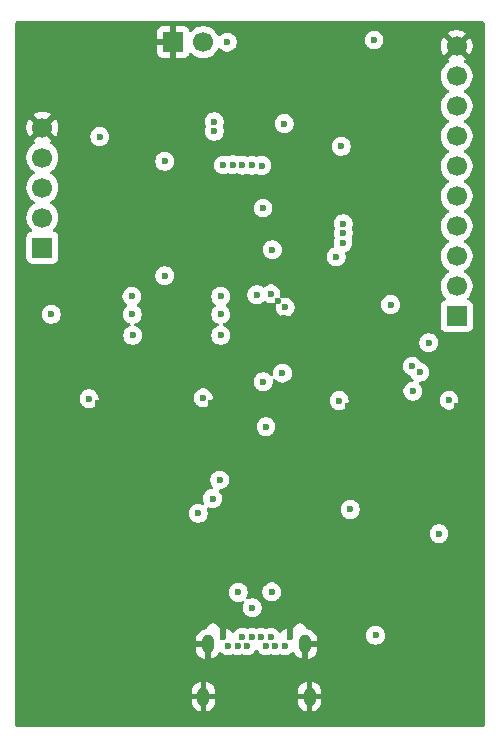
<source format=gbr>
%TF.GenerationSoftware,KiCad,Pcbnew,9.0.4*%
%TF.CreationDate,2025-09-10T15:59:19+03:00*%
%TF.ProjectId,Asius1,41736975-7331-42e6-9b69-6361645f7063,rev?*%
%TF.SameCoordinates,Original*%
%TF.FileFunction,Copper,L2,Inr*%
%TF.FilePolarity,Positive*%
%FSLAX46Y46*%
G04 Gerber Fmt 4.6, Leading zero omitted, Abs format (unit mm)*
G04 Created by KiCad (PCBNEW 9.0.4) date 2025-09-10 15:59:19*
%MOMM*%
%LPD*%
G01*
G04 APERTURE LIST*
%TA.AperFunction,ComponentPad*%
%ADD10O,1.000000X1.600000*%
%TD*%
%TA.AperFunction,ComponentPad*%
%ADD11C,0.600000*%
%TD*%
%TA.AperFunction,ComponentPad*%
%ADD12R,1.700000X1.700000*%
%TD*%
%TA.AperFunction,ComponentPad*%
%ADD13C,1.700000*%
%TD*%
%TA.AperFunction,ViaPad*%
%ADD14C,0.600000*%
%TD*%
G04 APERTURE END LIST*
D10*
%TO.N,GND*%
%TO.C,USBC1*%
X82560000Y-127810000D03*
X82920000Y-123400000D03*
X91180000Y-123400000D03*
X91540000Y-127810000D03*
D11*
X89850000Y-122810000D03*
%TO.N,/CAN3_H*%
X89450000Y-123510000D03*
%TO.N,/CAN3_L*%
X88650000Y-123510000D03*
%TO.N,+5V*%
X88250000Y-122810000D03*
%TO.N,Net-(USBC1-CC2)*%
X87850000Y-123510000D03*
%TO.N,/D+*%
X87450000Y-122810000D03*
%TO.N,/D-*%
X86650000Y-122810000D03*
%TO.N,/SBU2*%
X86250000Y-123510000D03*
%TO.N,+5V*%
X85850000Y-122810000D03*
%TO.N,/CAN4_L*%
X85450000Y-123510000D03*
%TO.N,/CAN4_H*%
X84650000Y-123510000D03*
%TO.N,GND*%
X84250000Y-122810000D03*
%TD*%
D12*
%TO.N,/PC2*%
%TO.C,J2*%
X104000000Y-95610000D03*
D13*
%TO.N,/PC4*%
X104000000Y-93070000D03*
%TO.N,/PC8*%
X104000000Y-90530000D03*
%TO.N,/PC10*%
X104000000Y-87990000D03*
%TO.N,/PC11*%
X104000000Y-85450000D03*
%TO.N,/PC12*%
X104000000Y-82910000D03*
%TO.N,/PA1*%
X104000000Y-80370000D03*
%TO.N,/PA13*%
X104000000Y-77830000D03*
%TO.N,/PA14*%
X104000000Y-75290000D03*
%TO.N,GND*%
X104000000Y-72750000D03*
%TD*%
D12*
%TO.N,/MOSI*%
%TO.C,J1*%
X68925000Y-89800000D03*
D13*
%TO.N,/MISO*%
X68925000Y-87260000D03*
%TO.N,/SCK*%
X68925000Y-84720000D03*
%TO.N,/NSS*%
X68925000Y-82180000D03*
%TO.N,GND*%
X68925000Y-79640000D03*
%TD*%
D12*
%TO.N,GND*%
%TO.C,J3*%
X80000000Y-72400000D03*
D13*
%TO.N,+3.3V*%
X82540000Y-72400000D03*
%TD*%
D14*
%TO.N,/D+*%
X86700000Y-120300000D03*
%TO.N,GND*%
X85700000Y-79575000D03*
X89400000Y-95750000D03*
X104000000Y-103225000D03*
X77875000Y-72250000D03*
X85850000Y-114487500D03*
X79550000Y-87750000D03*
X95550000Y-78725000D03*
X96675000Y-127800000D03*
X93737500Y-83375000D03*
X88871366Y-94325000D03*
X84850000Y-76575000D03*
X104950000Y-124200000D03*
X78475000Y-90025000D03*
X103325000Y-101250000D03*
X82550000Y-100975000D03*
X94050000Y-101225000D03*
X90550000Y-76650000D03*
X72900000Y-101050000D03*
X76650000Y-83525000D03*
X83200000Y-102975000D03*
X74725000Y-129450000D03*
X96800000Y-82275000D03*
X73590544Y-102957772D03*
X73800000Y-78675000D03*
X87850000Y-72775000D03*
X82425000Y-83475000D03*
X94825000Y-103225000D03*
X67925000Y-78625000D03*
X105050000Y-71675000D03*
X97125000Y-124200000D03*
X93750000Y-85375000D03*
%TO.N,+3.3V*%
X83475000Y-79149000D03*
X102500000Y-114025000D03*
X79275000Y-92175000D03*
X94225000Y-81225000D03*
X72875000Y-102600000D03*
X89400000Y-79300000D03*
X84575000Y-72400000D03*
X103350000Y-102710008D03*
X82525000Y-102525000D03*
X94050000Y-102750000D03*
X69675000Y-95450000D03*
X79275000Y-82500000D03*
X89475000Y-94850000D03*
X73775000Y-80400000D03*
X97000000Y-72225000D03*
%TO.N,Net-(D1-K)*%
X76500000Y-93925000D03*
X84026000Y-93925000D03*
%TO.N,Net-(D2-K)*%
X76525000Y-95450000D03*
X84026000Y-95450000D03*
%TO.N,Net-(D4-K)*%
X76575000Y-97225000D03*
X84026000Y-97225000D03*
%TO.N,/PC10*%
X94375000Y-89375000D03*
%TO.N,/PA13*%
X88275000Y-93725000D03*
%TO.N,/PC11*%
X94399208Y-88575364D03*
%TO.N,/PC4*%
X87600000Y-86450000D03*
%TO.N,/PC12*%
X94400697Y-87775363D03*
%TO.N,/PA14*%
X93800000Y-90575000D03*
%TO.N,/PA1*%
X83464057Y-79948925D03*
%TO.N,/PC8*%
X88400000Y-89975000D03*
%TO.N,/PC2*%
X85837201Y-82811736D03*
%TO.N,/SBU2*%
X85037793Y-82780890D03*
X82125000Y-112300000D03*
X83325000Y-111050000D03*
%TO.N,/SBU1*%
X87850000Y-104961765D03*
X87475000Y-82850000D03*
%TO.N,/CAN3_R*%
X87075000Y-93800000D03*
X100295000Y-101955000D03*
%TO.N,/CAN1_R*%
X100850000Y-100350000D03*
X89250000Y-100425000D03*
%TO.N,/CAN3_T*%
X101625000Y-97850000D03*
X98400000Y-94625000D03*
%TO.N,/CAN1_E*%
X86636712Y-82839758D03*
X83924000Y-109475000D03*
%TO.N,/CAN1_T*%
X100225000Y-99825000D03*
X87626000Y-101163235D03*
%TO.N,/CAN3_E*%
X94985000Y-111975000D03*
X84238189Y-82806107D03*
%TO.N,+5V*%
X88350000Y-118950000D03*
X85501000Y-119000000D03*
X97125000Y-122625000D03*
%TD*%
%TA.AperFunction,Conductor*%
%TO.N,GND*%
G36*
X106302539Y-70660185D02*
G01*
X106348294Y-70712989D01*
X106359500Y-70764500D01*
X106359500Y-130235500D01*
X106339815Y-130302539D01*
X106287011Y-130348294D01*
X106235500Y-130359500D01*
X66764500Y-130359500D01*
X66697461Y-130339815D01*
X66651706Y-130287011D01*
X66640500Y-130235500D01*
X66640500Y-127411504D01*
X81560000Y-127411504D01*
X81560000Y-127560000D01*
X82260000Y-127560000D01*
X82260000Y-128060000D01*
X81560000Y-128060000D01*
X81560000Y-128208495D01*
X81598427Y-128401681D01*
X81598430Y-128401693D01*
X81673807Y-128583671D01*
X81673814Y-128583684D01*
X81783248Y-128747462D01*
X81783251Y-128747466D01*
X81922533Y-128886748D01*
X81922537Y-128886751D01*
X82086315Y-128996185D01*
X82086328Y-128996192D01*
X82268308Y-129071569D01*
X82310000Y-129079862D01*
X82310000Y-128276988D01*
X82319940Y-128294205D01*
X82375795Y-128350060D01*
X82444204Y-128389556D01*
X82520504Y-128410000D01*
X82599496Y-128410000D01*
X82675796Y-128389556D01*
X82744205Y-128350060D01*
X82800060Y-128294205D01*
X82810000Y-128276988D01*
X82810000Y-129079862D01*
X82851690Y-129071569D01*
X82851692Y-129071569D01*
X83033671Y-128996192D01*
X83033684Y-128996185D01*
X83197462Y-128886751D01*
X83197466Y-128886748D01*
X83336748Y-128747466D01*
X83336751Y-128747462D01*
X83446185Y-128583684D01*
X83446192Y-128583671D01*
X83521569Y-128401693D01*
X83521572Y-128401681D01*
X83559999Y-128208495D01*
X83560000Y-128208492D01*
X83560000Y-128060000D01*
X82860000Y-128060000D01*
X82860000Y-127560000D01*
X83560000Y-127560000D01*
X83560000Y-127411508D01*
X83559999Y-127411504D01*
X90540000Y-127411504D01*
X90540000Y-127560000D01*
X91240000Y-127560000D01*
X91240000Y-128060000D01*
X90540000Y-128060000D01*
X90540000Y-128208495D01*
X90578427Y-128401681D01*
X90578430Y-128401693D01*
X90653807Y-128583671D01*
X90653814Y-128583684D01*
X90763248Y-128747462D01*
X90763251Y-128747466D01*
X90902533Y-128886748D01*
X90902537Y-128886751D01*
X91066315Y-128996185D01*
X91066328Y-128996192D01*
X91248308Y-129071569D01*
X91290000Y-129079862D01*
X91290000Y-128276988D01*
X91299940Y-128294205D01*
X91355795Y-128350060D01*
X91424204Y-128389556D01*
X91500504Y-128410000D01*
X91579496Y-128410000D01*
X91655796Y-128389556D01*
X91724205Y-128350060D01*
X91780060Y-128294205D01*
X91790000Y-128276988D01*
X91790000Y-129079862D01*
X91831690Y-129071569D01*
X91831692Y-129071569D01*
X92013671Y-128996192D01*
X92013684Y-128996185D01*
X92177462Y-128886751D01*
X92177466Y-128886748D01*
X92316748Y-128747466D01*
X92316751Y-128747462D01*
X92426185Y-128583684D01*
X92426192Y-128583671D01*
X92501569Y-128401693D01*
X92501572Y-128401681D01*
X92539999Y-128208495D01*
X92540000Y-128208492D01*
X92540000Y-128060000D01*
X91840000Y-128060000D01*
X91840000Y-127560000D01*
X92540000Y-127560000D01*
X92540000Y-127411508D01*
X92539999Y-127411504D01*
X92501572Y-127218318D01*
X92501569Y-127218306D01*
X92426192Y-127036328D01*
X92426185Y-127036315D01*
X92316751Y-126872537D01*
X92316748Y-126872533D01*
X92177466Y-126733251D01*
X92177462Y-126733248D01*
X92013684Y-126623814D01*
X92013671Y-126623807D01*
X91831691Y-126548429D01*
X91831683Y-126548427D01*
X91790000Y-126540135D01*
X91790000Y-127343011D01*
X91780060Y-127325795D01*
X91724205Y-127269940D01*
X91655796Y-127230444D01*
X91579496Y-127210000D01*
X91500504Y-127210000D01*
X91424204Y-127230444D01*
X91355795Y-127269940D01*
X91299940Y-127325795D01*
X91290000Y-127343011D01*
X91290000Y-126540136D01*
X91289999Y-126540135D01*
X91248316Y-126548427D01*
X91248308Y-126548429D01*
X91066328Y-126623807D01*
X91066315Y-126623814D01*
X90902537Y-126733248D01*
X90902533Y-126733251D01*
X90763251Y-126872533D01*
X90763248Y-126872537D01*
X90653814Y-127036315D01*
X90653807Y-127036328D01*
X90578430Y-127218306D01*
X90578427Y-127218318D01*
X90540000Y-127411504D01*
X83559999Y-127411504D01*
X83521572Y-127218318D01*
X83521569Y-127218306D01*
X83446192Y-127036328D01*
X83446185Y-127036315D01*
X83336751Y-126872537D01*
X83336748Y-126872533D01*
X83197466Y-126733251D01*
X83197462Y-126733248D01*
X83033684Y-126623814D01*
X83033671Y-126623807D01*
X82851691Y-126548429D01*
X82851683Y-126548427D01*
X82810000Y-126540135D01*
X82810000Y-127343011D01*
X82800060Y-127325795D01*
X82744205Y-127269940D01*
X82675796Y-127230444D01*
X82599496Y-127210000D01*
X82520504Y-127210000D01*
X82444204Y-127230444D01*
X82375795Y-127269940D01*
X82319940Y-127325795D01*
X82310000Y-127343011D01*
X82310000Y-126540136D01*
X82309999Y-126540135D01*
X82268316Y-126548427D01*
X82268308Y-126548429D01*
X82086328Y-126623807D01*
X82086315Y-126623814D01*
X81922537Y-126733248D01*
X81922533Y-126733251D01*
X81783251Y-126872533D01*
X81783248Y-126872537D01*
X81673814Y-127036315D01*
X81673807Y-127036328D01*
X81598430Y-127218306D01*
X81598427Y-127218318D01*
X81560000Y-127411504D01*
X66640500Y-127411504D01*
X66640500Y-123001504D01*
X81920000Y-123001504D01*
X81920000Y-123150000D01*
X82620000Y-123150000D01*
X82620000Y-123650000D01*
X81920000Y-123650000D01*
X81920000Y-123798495D01*
X81958427Y-123991681D01*
X81958430Y-123991693D01*
X82033807Y-124173671D01*
X82033814Y-124173684D01*
X82143248Y-124337462D01*
X82143251Y-124337466D01*
X82282533Y-124476748D01*
X82282537Y-124476751D01*
X82446315Y-124586185D01*
X82446328Y-124586192D01*
X82628308Y-124661569D01*
X82670000Y-124669862D01*
X82670000Y-123866488D01*
X82679940Y-123883705D01*
X82735795Y-123939560D01*
X82804204Y-123979056D01*
X82880504Y-123999500D01*
X82959496Y-123999500D01*
X83035796Y-123979056D01*
X83104205Y-123939560D01*
X83160060Y-123883705D01*
X83170000Y-123866488D01*
X83170000Y-124669862D01*
X83211690Y-124661569D01*
X83211692Y-124661569D01*
X83393671Y-124586192D01*
X83393684Y-124586185D01*
X83557462Y-124476751D01*
X83557466Y-124476748D01*
X83696748Y-124337466D01*
X83696751Y-124337462D01*
X83806185Y-124173684D01*
X83806189Y-124173677D01*
X83845124Y-124079676D01*
X83888964Y-124025272D01*
X83955258Y-124003206D01*
X84022958Y-124020484D01*
X84047367Y-124039446D01*
X84139707Y-124131786D01*
X84139711Y-124131789D01*
X84270814Y-124219390D01*
X84270827Y-124219397D01*
X84416498Y-124279735D01*
X84416503Y-124279737D01*
X84571153Y-124310499D01*
X84571156Y-124310500D01*
X84571158Y-124310500D01*
X84728844Y-124310500D01*
X84728845Y-124310499D01*
X84883497Y-124279737D01*
X85002548Y-124230425D01*
X85072017Y-124222956D01*
X85097453Y-124230425D01*
X85216503Y-124279737D01*
X85371153Y-124310499D01*
X85371156Y-124310500D01*
X85371158Y-124310500D01*
X85528844Y-124310500D01*
X85528845Y-124310499D01*
X85683497Y-124279737D01*
X85802548Y-124230425D01*
X85872017Y-124222956D01*
X85897453Y-124230425D01*
X86016503Y-124279737D01*
X86171153Y-124310499D01*
X86171156Y-124310500D01*
X86171158Y-124310500D01*
X86328844Y-124310500D01*
X86328845Y-124310499D01*
X86483497Y-124279737D01*
X86629179Y-124219394D01*
X86760289Y-124131789D01*
X86871789Y-124020289D01*
X86946898Y-123907881D01*
X87000510Y-123863076D01*
X87069835Y-123854369D01*
X87132863Y-123884523D01*
X87153102Y-123907881D01*
X87228210Y-124020288D01*
X87228213Y-124020292D01*
X87339707Y-124131786D01*
X87339711Y-124131789D01*
X87470814Y-124219390D01*
X87470827Y-124219397D01*
X87616498Y-124279735D01*
X87616503Y-124279737D01*
X87771153Y-124310499D01*
X87771156Y-124310500D01*
X87771158Y-124310500D01*
X87928844Y-124310500D01*
X87928845Y-124310499D01*
X88083497Y-124279737D01*
X88202548Y-124230425D01*
X88272017Y-124222956D01*
X88297453Y-124230425D01*
X88416503Y-124279737D01*
X88571153Y-124310499D01*
X88571156Y-124310500D01*
X88571158Y-124310500D01*
X88728844Y-124310500D01*
X88728845Y-124310499D01*
X88883497Y-124279737D01*
X89002548Y-124230425D01*
X89072017Y-124222956D01*
X89097453Y-124230425D01*
X89216503Y-124279737D01*
X89371153Y-124310499D01*
X89371156Y-124310500D01*
X89371158Y-124310500D01*
X89528844Y-124310500D01*
X89528845Y-124310499D01*
X89683497Y-124279737D01*
X89829179Y-124219394D01*
X89960289Y-124131789D01*
X90052632Y-124039445D01*
X90113953Y-124005962D01*
X90183645Y-124010946D01*
X90239579Y-124052817D01*
X90254873Y-124079675D01*
X90293809Y-124173674D01*
X90293814Y-124173684D01*
X90403248Y-124337462D01*
X90403251Y-124337466D01*
X90542533Y-124476748D01*
X90542537Y-124476751D01*
X90706315Y-124586185D01*
X90706328Y-124586192D01*
X90888308Y-124661569D01*
X90930000Y-124669862D01*
X90930000Y-123866488D01*
X90939940Y-123883705D01*
X90995795Y-123939560D01*
X91064204Y-123979056D01*
X91140504Y-123999500D01*
X91219496Y-123999500D01*
X91295796Y-123979056D01*
X91364205Y-123939560D01*
X91420060Y-123883705D01*
X91430000Y-123866488D01*
X91430000Y-124669862D01*
X91471690Y-124661569D01*
X91471692Y-124661569D01*
X91653671Y-124586192D01*
X91653684Y-124586185D01*
X91817462Y-124476751D01*
X91817466Y-124476748D01*
X91956748Y-124337466D01*
X91956751Y-124337462D01*
X92066185Y-124173684D01*
X92066192Y-124173671D01*
X92141569Y-123991693D01*
X92141572Y-123991681D01*
X92179999Y-123798495D01*
X92180000Y-123798492D01*
X92180000Y-123650000D01*
X91480000Y-123650000D01*
X91480000Y-123150000D01*
X92180000Y-123150000D01*
X92180000Y-123001508D01*
X92179999Y-123001504D01*
X92141572Y-122808318D01*
X92141569Y-122808306D01*
X92066192Y-122626328D01*
X92066186Y-122626317D01*
X92054586Y-122608956D01*
X92054585Y-122608955D01*
X92012622Y-122546153D01*
X96324500Y-122546153D01*
X96324500Y-122703846D01*
X96355261Y-122858489D01*
X96355264Y-122858501D01*
X96415602Y-123004172D01*
X96415609Y-123004185D01*
X96503210Y-123135288D01*
X96503213Y-123135292D01*
X96614707Y-123246786D01*
X96614711Y-123246789D01*
X96745814Y-123334390D01*
X96745827Y-123334397D01*
X96891498Y-123394735D01*
X96891503Y-123394737D01*
X97046153Y-123425499D01*
X97046156Y-123425500D01*
X97046158Y-123425500D01*
X97203844Y-123425500D01*
X97203845Y-123425499D01*
X97358497Y-123394737D01*
X97504179Y-123334394D01*
X97635289Y-123246789D01*
X97746789Y-123135289D01*
X97834394Y-123004179D01*
X97894737Y-122858497D01*
X97925500Y-122703842D01*
X97925500Y-122546158D01*
X97925500Y-122546155D01*
X97925499Y-122546153D01*
X97909571Y-122466080D01*
X97894737Y-122391503D01*
X97877849Y-122350731D01*
X97834397Y-122245827D01*
X97834390Y-122245814D01*
X97746789Y-122114711D01*
X97746786Y-122114707D01*
X97635292Y-122003213D01*
X97635288Y-122003210D01*
X97504185Y-121915609D01*
X97504172Y-121915602D01*
X97358501Y-121855264D01*
X97358489Y-121855261D01*
X97203845Y-121824500D01*
X97203842Y-121824500D01*
X97046158Y-121824500D01*
X97046155Y-121824500D01*
X96891510Y-121855261D01*
X96891498Y-121855264D01*
X96745827Y-121915602D01*
X96745814Y-121915609D01*
X96614711Y-122003210D01*
X96614707Y-122003213D01*
X96503213Y-122114707D01*
X96503210Y-122114711D01*
X96415609Y-122245814D01*
X96415602Y-122245827D01*
X96355264Y-122391498D01*
X96355261Y-122391510D01*
X96324500Y-122546153D01*
X92012622Y-122546153D01*
X91956751Y-122462537D01*
X91956748Y-122462533D01*
X91817466Y-122323251D01*
X91817462Y-122323248D01*
X91653684Y-122213814D01*
X91653671Y-122213807D01*
X91471693Y-122138430D01*
X91471681Y-122138427D01*
X91345278Y-122113284D01*
X91283367Y-122080899D01*
X91249695Y-122023762D01*
X91235094Y-121969269D01*
X91220559Y-121934177D01*
X91168348Y-121843745D01*
X91168343Y-121843736D01*
X91145232Y-121813620D01*
X91145231Y-121813619D01*
X91145225Y-121813611D01*
X91071389Y-121739775D01*
X91071379Y-121739767D01*
X91041263Y-121716656D01*
X90950829Y-121664444D01*
X90950825Y-121664442D01*
X90950823Y-121664441D01*
X90915731Y-121649906D01*
X90814868Y-121622880D01*
X90777210Y-121617922D01*
X90672790Y-121617922D01*
X90635132Y-121622880D01*
X90534268Y-121649906D01*
X90499179Y-121664440D01*
X90499170Y-121664444D01*
X90408736Y-121716656D01*
X90378620Y-121739767D01*
X90378605Y-121739780D01*
X90304780Y-121813605D01*
X90304767Y-121813620D01*
X90281656Y-121843736D01*
X90229444Y-121934170D01*
X90229436Y-121934186D01*
X90217823Y-121962225D01*
X90173982Y-122016629D01*
X90119044Y-122034914D01*
X90100000Y-122047639D01*
X90100000Y-122686000D01*
X90097449Y-122694685D01*
X90098738Y-122703647D01*
X90087759Y-122727687D01*
X90080315Y-122753039D01*
X90073474Y-122758966D01*
X90069713Y-122767203D01*
X90050000Y-122779871D01*
X90050000Y-122770218D01*
X90019552Y-122696709D01*
X89963291Y-122640448D01*
X89889782Y-122610000D01*
X89810218Y-122610000D01*
X89736709Y-122640448D01*
X89680448Y-122696709D01*
X89667424Y-122728150D01*
X89629512Y-122703268D01*
X89601098Y-122639437D01*
X89600000Y-122622969D01*
X89600000Y-122047639D01*
X89599999Y-122047639D01*
X89471061Y-122101047D01*
X89471051Y-122101052D01*
X89340030Y-122188598D01*
X89340026Y-122188601D01*
X89228601Y-122300026D01*
X89228598Y-122300030D01*
X89153402Y-122412568D01*
X89099789Y-122457373D01*
X89030464Y-122466080D01*
X88967437Y-122435925D01*
X88947198Y-122412568D01*
X88871789Y-122299711D01*
X88871786Y-122299707D01*
X88760292Y-122188213D01*
X88760288Y-122188210D01*
X88629185Y-122100609D01*
X88629172Y-122100602D01*
X88483501Y-122040264D01*
X88483489Y-122040261D01*
X88328845Y-122009500D01*
X88328842Y-122009500D01*
X88171158Y-122009500D01*
X88171155Y-122009500D01*
X88016510Y-122040261D01*
X88016498Y-122040264D01*
X87897452Y-122089574D01*
X87827982Y-122097043D01*
X87802548Y-122089574D01*
X87683501Y-122040264D01*
X87683489Y-122040261D01*
X87528845Y-122009500D01*
X87528842Y-122009500D01*
X87371158Y-122009500D01*
X87371155Y-122009500D01*
X87216510Y-122040261D01*
X87216498Y-122040264D01*
X87097452Y-122089574D01*
X87027982Y-122097043D01*
X87002548Y-122089574D01*
X86883501Y-122040264D01*
X86883489Y-122040261D01*
X86728845Y-122009500D01*
X86728842Y-122009500D01*
X86571158Y-122009500D01*
X86571155Y-122009500D01*
X86416510Y-122040261D01*
X86416498Y-122040264D01*
X86297452Y-122089574D01*
X86227982Y-122097043D01*
X86202548Y-122089574D01*
X86083501Y-122040264D01*
X86083489Y-122040261D01*
X85928845Y-122009500D01*
X85928842Y-122009500D01*
X85771158Y-122009500D01*
X85771155Y-122009500D01*
X85616510Y-122040261D01*
X85616498Y-122040264D01*
X85470827Y-122100602D01*
X85470814Y-122100609D01*
X85339711Y-122188210D01*
X85339707Y-122188213D01*
X85228213Y-122299707D01*
X85228210Y-122299711D01*
X85152801Y-122412568D01*
X85099188Y-122457373D01*
X85029863Y-122466080D01*
X84966836Y-122435925D01*
X84946597Y-122412568D01*
X84871401Y-122300030D01*
X84871398Y-122300026D01*
X84759973Y-122188601D01*
X84759969Y-122188598D01*
X84628948Y-122101052D01*
X84628938Y-122101047D01*
X84500000Y-122047639D01*
X84500000Y-122622969D01*
X84494353Y-122642198D01*
X84493622Y-122662225D01*
X84484711Y-122675036D01*
X84480315Y-122690008D01*
X84465171Y-122703130D01*
X84453727Y-122719584D01*
X84434375Y-122729815D01*
X84433558Y-122730522D01*
X84419552Y-122696709D01*
X84363291Y-122640448D01*
X84289782Y-122610000D01*
X84210218Y-122610000D01*
X84136709Y-122640448D01*
X84080448Y-122696709D01*
X84050000Y-122770218D01*
X84050000Y-122782281D01*
X84011206Y-122737511D01*
X84000000Y-122686000D01*
X84000000Y-122047639D01*
X83982524Y-122035962D01*
X83974715Y-122036802D01*
X83912237Y-122005524D01*
X83882176Y-121962225D01*
X83870559Y-121934177D01*
X83818348Y-121843745D01*
X83818343Y-121843736D01*
X83795232Y-121813620D01*
X83795231Y-121813619D01*
X83795225Y-121813611D01*
X83721389Y-121739775D01*
X83721379Y-121739767D01*
X83691263Y-121716656D01*
X83600829Y-121664444D01*
X83600825Y-121664442D01*
X83600823Y-121664441D01*
X83565731Y-121649906D01*
X83464868Y-121622880D01*
X83427210Y-121617922D01*
X83322790Y-121617922D01*
X83285132Y-121622880D01*
X83184268Y-121649906D01*
X83149179Y-121664440D01*
X83149170Y-121664444D01*
X83058736Y-121716656D01*
X83028620Y-121739767D01*
X83028605Y-121739780D01*
X82954780Y-121813605D01*
X82954767Y-121813620D01*
X82931656Y-121843736D01*
X82879444Y-121934170D01*
X82879442Y-121934175D01*
X82879441Y-121934177D01*
X82864906Y-121969269D01*
X82850305Y-122023762D01*
X82813939Y-122083422D01*
X82754721Y-122113284D01*
X82628318Y-122138427D01*
X82628306Y-122138430D01*
X82446328Y-122213807D01*
X82446315Y-122213814D01*
X82282537Y-122323248D01*
X82282533Y-122323251D01*
X82143251Y-122462533D01*
X82143248Y-122462537D01*
X82033814Y-122626315D01*
X82033807Y-122626328D01*
X81958430Y-122808306D01*
X81958427Y-122808318D01*
X81920000Y-123001504D01*
X66640500Y-123001504D01*
X66640500Y-118921153D01*
X84700500Y-118921153D01*
X84700500Y-119078846D01*
X84731261Y-119233489D01*
X84731264Y-119233501D01*
X84791602Y-119379172D01*
X84791609Y-119379185D01*
X84879210Y-119510288D01*
X84879213Y-119510292D01*
X84990707Y-119621786D01*
X84990711Y-119621789D01*
X85121814Y-119709390D01*
X85121827Y-119709397D01*
X85221060Y-119750500D01*
X85267503Y-119769737D01*
X85422153Y-119800499D01*
X85422156Y-119800500D01*
X85422158Y-119800500D01*
X85579844Y-119800500D01*
X85579845Y-119800499D01*
X85734497Y-119769737D01*
X85805479Y-119740335D01*
X85850540Y-119721671D01*
X85920009Y-119714202D01*
X85982488Y-119745477D01*
X86018140Y-119805566D01*
X86015646Y-119875391D01*
X86001095Y-119905121D01*
X85990611Y-119920811D01*
X85990602Y-119920827D01*
X85930264Y-120066498D01*
X85930261Y-120066510D01*
X85899500Y-120221153D01*
X85899500Y-120378846D01*
X85930261Y-120533489D01*
X85930264Y-120533501D01*
X85990602Y-120679172D01*
X85990609Y-120679185D01*
X86078210Y-120810288D01*
X86078213Y-120810292D01*
X86189707Y-120921786D01*
X86189711Y-120921789D01*
X86320814Y-121009390D01*
X86320827Y-121009397D01*
X86466498Y-121069735D01*
X86466503Y-121069737D01*
X86621153Y-121100499D01*
X86621156Y-121100500D01*
X86621158Y-121100500D01*
X86778844Y-121100500D01*
X86778845Y-121100499D01*
X86933497Y-121069737D01*
X87079179Y-121009394D01*
X87210289Y-120921789D01*
X87321789Y-120810289D01*
X87409394Y-120679179D01*
X87469737Y-120533497D01*
X87500500Y-120378842D01*
X87500500Y-120221158D01*
X87500500Y-120221155D01*
X87500499Y-120221153D01*
X87469738Y-120066510D01*
X87469737Y-120066503D01*
X87469735Y-120066498D01*
X87409397Y-119920827D01*
X87409390Y-119920814D01*
X87321789Y-119789711D01*
X87321786Y-119789707D01*
X87210292Y-119678213D01*
X87210288Y-119678210D01*
X87079185Y-119590609D01*
X87079172Y-119590602D01*
X86933501Y-119530264D01*
X86933489Y-119530261D01*
X86778845Y-119499500D01*
X86778842Y-119499500D01*
X86621158Y-119499500D01*
X86621155Y-119499500D01*
X86466510Y-119530261D01*
X86466503Y-119530263D01*
X86350458Y-119578329D01*
X86280989Y-119585797D01*
X86218510Y-119554521D01*
X86182858Y-119494432D01*
X86185353Y-119424606D01*
X86199908Y-119394872D01*
X86210390Y-119379185D01*
X86210390Y-119379184D01*
X86210394Y-119379179D01*
X86270737Y-119233497D01*
X86301500Y-119078842D01*
X86301500Y-118921158D01*
X86301500Y-118921155D01*
X86295155Y-118889258D01*
X86295155Y-118889257D01*
X86291554Y-118871153D01*
X87549500Y-118871153D01*
X87549500Y-119028846D01*
X87580261Y-119183489D01*
X87580264Y-119183501D01*
X87640602Y-119329172D01*
X87640609Y-119329185D01*
X87728210Y-119460288D01*
X87728213Y-119460292D01*
X87839707Y-119571786D01*
X87839711Y-119571789D01*
X87970814Y-119659390D01*
X87970827Y-119659397D01*
X88103140Y-119714202D01*
X88116503Y-119719737D01*
X88245906Y-119745477D01*
X88271153Y-119750499D01*
X88271156Y-119750500D01*
X88271158Y-119750500D01*
X88428844Y-119750500D01*
X88428845Y-119750499D01*
X88583497Y-119719737D01*
X88729179Y-119659394D01*
X88860289Y-119571789D01*
X88971789Y-119460289D01*
X89059394Y-119329179D01*
X89119737Y-119183497D01*
X89150500Y-119028842D01*
X89150500Y-118871158D01*
X89150500Y-118871155D01*
X89150499Y-118871153D01*
X89129684Y-118766510D01*
X89119737Y-118716503D01*
X89080102Y-118620814D01*
X89059397Y-118570827D01*
X89059390Y-118570814D01*
X88971789Y-118439711D01*
X88971786Y-118439707D01*
X88860292Y-118328213D01*
X88860288Y-118328210D01*
X88729185Y-118240609D01*
X88729172Y-118240602D01*
X88583501Y-118180264D01*
X88583489Y-118180261D01*
X88428845Y-118149500D01*
X88428842Y-118149500D01*
X88271158Y-118149500D01*
X88271155Y-118149500D01*
X88116510Y-118180261D01*
X88116498Y-118180264D01*
X87970827Y-118240602D01*
X87970814Y-118240609D01*
X87839711Y-118328210D01*
X87839707Y-118328213D01*
X87728213Y-118439707D01*
X87728210Y-118439711D01*
X87640609Y-118570814D01*
X87640602Y-118570827D01*
X87580264Y-118716498D01*
X87580261Y-118716510D01*
X87549500Y-118871153D01*
X86291554Y-118871153D01*
X86270738Y-118766510D01*
X86270737Y-118766503D01*
X86270735Y-118766498D01*
X86210397Y-118620827D01*
X86210390Y-118620814D01*
X86122789Y-118489711D01*
X86122786Y-118489707D01*
X86011292Y-118378213D01*
X86011288Y-118378210D01*
X85880185Y-118290609D01*
X85880172Y-118290602D01*
X85734501Y-118230264D01*
X85734489Y-118230261D01*
X85579845Y-118199500D01*
X85579842Y-118199500D01*
X85422158Y-118199500D01*
X85422155Y-118199500D01*
X85267510Y-118230261D01*
X85267498Y-118230264D01*
X85121827Y-118290602D01*
X85121814Y-118290609D01*
X84990711Y-118378210D01*
X84990707Y-118378213D01*
X84879213Y-118489707D01*
X84879210Y-118489711D01*
X84791609Y-118620814D01*
X84791602Y-118620827D01*
X84731264Y-118766498D01*
X84731261Y-118766510D01*
X84700500Y-118921153D01*
X66640500Y-118921153D01*
X66640500Y-113946153D01*
X101699500Y-113946153D01*
X101699500Y-114103846D01*
X101730261Y-114258489D01*
X101730264Y-114258501D01*
X101790602Y-114404172D01*
X101790609Y-114404185D01*
X101878210Y-114535288D01*
X101878213Y-114535292D01*
X101989707Y-114646786D01*
X101989711Y-114646789D01*
X102120814Y-114734390D01*
X102120827Y-114734397D01*
X102266498Y-114794735D01*
X102266503Y-114794737D01*
X102421153Y-114825499D01*
X102421156Y-114825500D01*
X102421158Y-114825500D01*
X102578844Y-114825500D01*
X102578845Y-114825499D01*
X102733497Y-114794737D01*
X102879179Y-114734394D01*
X103010289Y-114646789D01*
X103121789Y-114535289D01*
X103209394Y-114404179D01*
X103269737Y-114258497D01*
X103300500Y-114103842D01*
X103300500Y-113946158D01*
X103300500Y-113946155D01*
X103300499Y-113946153D01*
X103269738Y-113791510D01*
X103269737Y-113791503D01*
X103269735Y-113791498D01*
X103209397Y-113645827D01*
X103209390Y-113645814D01*
X103121789Y-113514711D01*
X103121786Y-113514707D01*
X103010292Y-113403213D01*
X103010288Y-113403210D01*
X102879185Y-113315609D01*
X102879172Y-113315602D01*
X102733501Y-113255264D01*
X102733489Y-113255261D01*
X102578845Y-113224500D01*
X102578842Y-113224500D01*
X102421158Y-113224500D01*
X102421155Y-113224500D01*
X102266510Y-113255261D01*
X102266498Y-113255264D01*
X102120827Y-113315602D01*
X102120814Y-113315609D01*
X101989711Y-113403210D01*
X101989707Y-113403213D01*
X101878213Y-113514707D01*
X101878210Y-113514711D01*
X101790609Y-113645814D01*
X101790602Y-113645827D01*
X101730264Y-113791498D01*
X101730261Y-113791510D01*
X101699500Y-113946153D01*
X66640500Y-113946153D01*
X66640500Y-112221153D01*
X81324500Y-112221153D01*
X81324500Y-112378846D01*
X81355261Y-112533489D01*
X81355264Y-112533501D01*
X81415602Y-112679172D01*
X81415609Y-112679185D01*
X81503210Y-112810288D01*
X81503213Y-112810292D01*
X81614707Y-112921786D01*
X81614711Y-112921789D01*
X81745814Y-113009390D01*
X81745827Y-113009397D01*
X81891498Y-113069735D01*
X81891503Y-113069737D01*
X82046153Y-113100499D01*
X82046156Y-113100500D01*
X82046158Y-113100500D01*
X82203844Y-113100500D01*
X82203845Y-113100499D01*
X82358497Y-113069737D01*
X82504179Y-113009394D01*
X82635289Y-112921789D01*
X82746789Y-112810289D01*
X82834394Y-112679179D01*
X82894737Y-112533497D01*
X82925500Y-112378842D01*
X82925500Y-112221158D01*
X82925500Y-112221155D01*
X82925499Y-112221153D01*
X82894738Y-112066510D01*
X82894737Y-112066503D01*
X82889493Y-112053842D01*
X82845164Y-111946821D01*
X82839716Y-111896153D01*
X94184500Y-111896153D01*
X94184500Y-112053846D01*
X94215261Y-112208489D01*
X94215264Y-112208501D01*
X94275602Y-112354172D01*
X94275609Y-112354185D01*
X94363210Y-112485288D01*
X94363213Y-112485292D01*
X94474707Y-112596786D01*
X94474711Y-112596789D01*
X94605814Y-112684390D01*
X94605827Y-112684397D01*
X94751498Y-112744735D01*
X94751503Y-112744737D01*
X94906153Y-112775499D01*
X94906156Y-112775500D01*
X94906158Y-112775500D01*
X95063844Y-112775500D01*
X95063845Y-112775499D01*
X95218497Y-112744737D01*
X95364179Y-112684394D01*
X95495289Y-112596789D01*
X95606789Y-112485289D01*
X95694394Y-112354179D01*
X95754737Y-112208497D01*
X95785500Y-112053842D01*
X95785500Y-111896158D01*
X95785500Y-111896155D01*
X95785499Y-111896153D01*
X95770299Y-111819737D01*
X95754737Y-111741503D01*
X95728521Y-111678211D01*
X95694397Y-111595827D01*
X95694390Y-111595814D01*
X95606789Y-111464711D01*
X95606786Y-111464707D01*
X95495292Y-111353213D01*
X95495288Y-111353210D01*
X95364185Y-111265609D01*
X95364172Y-111265602D01*
X95218501Y-111205264D01*
X95218489Y-111205261D01*
X95063845Y-111174500D01*
X95063842Y-111174500D01*
X94906158Y-111174500D01*
X94906155Y-111174500D01*
X94751510Y-111205261D01*
X94751498Y-111205264D01*
X94605827Y-111265602D01*
X94605814Y-111265609D01*
X94474711Y-111353210D01*
X94474707Y-111353213D01*
X94363213Y-111464707D01*
X94363210Y-111464711D01*
X94275609Y-111595814D01*
X94275602Y-111595827D01*
X94215264Y-111741498D01*
X94215261Y-111741510D01*
X94184500Y-111896153D01*
X82839716Y-111896153D01*
X82837695Y-111877352D01*
X82868970Y-111814873D01*
X82929060Y-111779221D01*
X82998885Y-111781715D01*
X83007160Y-111784801D01*
X83091503Y-111819737D01*
X83246153Y-111850499D01*
X83246156Y-111850500D01*
X83246158Y-111850500D01*
X83403844Y-111850500D01*
X83403845Y-111850499D01*
X83558497Y-111819737D01*
X83630987Y-111789711D01*
X83665284Y-111775505D01*
X83704173Y-111759397D01*
X83704176Y-111759395D01*
X83704179Y-111759394D01*
X83835289Y-111671789D01*
X83946789Y-111560289D01*
X84034394Y-111429179D01*
X84094737Y-111283497D01*
X84125500Y-111128842D01*
X84125500Y-110971158D01*
X84125500Y-110971155D01*
X84125499Y-110971153D01*
X84094738Y-110816510D01*
X84094737Y-110816503D01*
X84094735Y-110816498D01*
X84034397Y-110670827D01*
X84034390Y-110670814D01*
X83946789Y-110539711D01*
X83946786Y-110539707D01*
X83894260Y-110487181D01*
X83860775Y-110425858D01*
X83865759Y-110356166D01*
X83907631Y-110300233D01*
X83973095Y-110275816D01*
X83981941Y-110275500D01*
X84002844Y-110275500D01*
X84002845Y-110275499D01*
X84157497Y-110244737D01*
X84303179Y-110184394D01*
X84434289Y-110096789D01*
X84545789Y-109985289D01*
X84633394Y-109854179D01*
X84693737Y-109708497D01*
X84724500Y-109553842D01*
X84724500Y-109396158D01*
X84724500Y-109396155D01*
X84724499Y-109396153D01*
X84693738Y-109241510D01*
X84693737Y-109241503D01*
X84693735Y-109241498D01*
X84633397Y-109095827D01*
X84633390Y-109095814D01*
X84545789Y-108964711D01*
X84545786Y-108964707D01*
X84434292Y-108853213D01*
X84434288Y-108853210D01*
X84303185Y-108765609D01*
X84303172Y-108765602D01*
X84157501Y-108705264D01*
X84157489Y-108705261D01*
X84002845Y-108674500D01*
X84002842Y-108674500D01*
X83845158Y-108674500D01*
X83845155Y-108674500D01*
X83690510Y-108705261D01*
X83690498Y-108705264D01*
X83544827Y-108765602D01*
X83544814Y-108765609D01*
X83413711Y-108853210D01*
X83413707Y-108853213D01*
X83302213Y-108964707D01*
X83302210Y-108964711D01*
X83214609Y-109095814D01*
X83214602Y-109095827D01*
X83154264Y-109241498D01*
X83154261Y-109241510D01*
X83123500Y-109396153D01*
X83123500Y-109553846D01*
X83154261Y-109708489D01*
X83154264Y-109708501D01*
X83214602Y-109854172D01*
X83214609Y-109854185D01*
X83302210Y-109985288D01*
X83302213Y-109985292D01*
X83354740Y-110037819D01*
X83388225Y-110099142D01*
X83383241Y-110168834D01*
X83341369Y-110224767D01*
X83275905Y-110249184D01*
X83267059Y-110249500D01*
X83246155Y-110249500D01*
X83091510Y-110280261D01*
X83091498Y-110280264D01*
X82945827Y-110340602D01*
X82945814Y-110340609D01*
X82814711Y-110428210D01*
X82814707Y-110428213D01*
X82703213Y-110539707D01*
X82703210Y-110539711D01*
X82615609Y-110670814D01*
X82615602Y-110670827D01*
X82555264Y-110816498D01*
X82555261Y-110816510D01*
X82524500Y-110971153D01*
X82524500Y-111128846D01*
X82555261Y-111283489D01*
X82555264Y-111283501D01*
X82604835Y-111403178D01*
X82612304Y-111472648D01*
X82581028Y-111535127D01*
X82520939Y-111570778D01*
X82451114Y-111568284D01*
X82442822Y-111565191D01*
X82358501Y-111530264D01*
X82358489Y-111530261D01*
X82203845Y-111499500D01*
X82203842Y-111499500D01*
X82046158Y-111499500D01*
X82046155Y-111499500D01*
X81891510Y-111530261D01*
X81891498Y-111530264D01*
X81745827Y-111590602D01*
X81745814Y-111590609D01*
X81614711Y-111678210D01*
X81614707Y-111678213D01*
X81503213Y-111789707D01*
X81503210Y-111789711D01*
X81415609Y-111920814D01*
X81415602Y-111920827D01*
X81355264Y-112066498D01*
X81355261Y-112066510D01*
X81324500Y-112221153D01*
X66640500Y-112221153D01*
X66640500Y-104882918D01*
X87049500Y-104882918D01*
X87049500Y-105040611D01*
X87080261Y-105195254D01*
X87080264Y-105195266D01*
X87140602Y-105340937D01*
X87140609Y-105340950D01*
X87228210Y-105472053D01*
X87228213Y-105472057D01*
X87339707Y-105583551D01*
X87339711Y-105583554D01*
X87470814Y-105671155D01*
X87470827Y-105671162D01*
X87616498Y-105731500D01*
X87616503Y-105731502D01*
X87771153Y-105762264D01*
X87771156Y-105762265D01*
X87771158Y-105762265D01*
X87928844Y-105762265D01*
X87928845Y-105762264D01*
X88083497Y-105731502D01*
X88229179Y-105671159D01*
X88360289Y-105583554D01*
X88471789Y-105472054D01*
X88559394Y-105340944D01*
X88619737Y-105195262D01*
X88650500Y-105040607D01*
X88650500Y-104882923D01*
X88650500Y-104882920D01*
X88650499Y-104882918D01*
X88619738Y-104728275D01*
X88619737Y-104728268D01*
X88619735Y-104728263D01*
X88559397Y-104582592D01*
X88559390Y-104582579D01*
X88471789Y-104451476D01*
X88471786Y-104451472D01*
X88360292Y-104339978D01*
X88360288Y-104339975D01*
X88229185Y-104252374D01*
X88229172Y-104252367D01*
X88083501Y-104192029D01*
X88083489Y-104192026D01*
X87928845Y-104161265D01*
X87928842Y-104161265D01*
X87771158Y-104161265D01*
X87771155Y-104161265D01*
X87616510Y-104192026D01*
X87616498Y-104192029D01*
X87470827Y-104252367D01*
X87470814Y-104252374D01*
X87339711Y-104339975D01*
X87339707Y-104339978D01*
X87228213Y-104451472D01*
X87228210Y-104451476D01*
X87140609Y-104582579D01*
X87140602Y-104582592D01*
X87080264Y-104728263D01*
X87080261Y-104728275D01*
X87049500Y-104882918D01*
X66640500Y-104882918D01*
X66640500Y-102521153D01*
X72074500Y-102521153D01*
X72074500Y-102678846D01*
X72105261Y-102833489D01*
X72105264Y-102833501D01*
X72165602Y-102979172D01*
X72165609Y-102979185D01*
X72253210Y-103110288D01*
X72253213Y-103110292D01*
X72364707Y-103221786D01*
X72364711Y-103221789D01*
X72495814Y-103309390D01*
X72495827Y-103309397D01*
X72641498Y-103369735D01*
X72641503Y-103369737D01*
X72796153Y-103400499D01*
X72796156Y-103400500D01*
X72796158Y-103400500D01*
X72953844Y-103400500D01*
X72953845Y-103400499D01*
X73108497Y-103369737D01*
X73254179Y-103309394D01*
X73385289Y-103221789D01*
X73496789Y-103110289D01*
X73584394Y-102979179D01*
X73644737Y-102833497D01*
X73675500Y-102678842D01*
X73675500Y-102521158D01*
X73675500Y-102521155D01*
X73664182Y-102464258D01*
X73664182Y-102464257D01*
X73660581Y-102446153D01*
X81724500Y-102446153D01*
X81724500Y-102603846D01*
X81755261Y-102758489D01*
X81755264Y-102758501D01*
X81815602Y-102904172D01*
X81815609Y-102904185D01*
X81903210Y-103035288D01*
X81903213Y-103035292D01*
X82014707Y-103146786D01*
X82014711Y-103146789D01*
X82145814Y-103234390D01*
X82145827Y-103234397D01*
X82291498Y-103294735D01*
X82291503Y-103294737D01*
X82446153Y-103325499D01*
X82446156Y-103325500D01*
X82446158Y-103325500D01*
X82603844Y-103325500D01*
X82603845Y-103325499D01*
X82758497Y-103294737D01*
X82904179Y-103234394D01*
X83035289Y-103146789D01*
X83146789Y-103035289D01*
X83234394Y-102904179D01*
X83294737Y-102758497D01*
X83310581Y-102678844D01*
X83312111Y-102671153D01*
X93249500Y-102671153D01*
X93249500Y-102828846D01*
X93280261Y-102983489D01*
X93280264Y-102983501D01*
X93340602Y-103129172D01*
X93340609Y-103129185D01*
X93428210Y-103260288D01*
X93428213Y-103260292D01*
X93539707Y-103371786D01*
X93539711Y-103371789D01*
X93670814Y-103459390D01*
X93670827Y-103459397D01*
X93794222Y-103510508D01*
X93816503Y-103519737D01*
X93971153Y-103550499D01*
X93971156Y-103550500D01*
X93971158Y-103550500D01*
X94128844Y-103550500D01*
X94128845Y-103550499D01*
X94283497Y-103519737D01*
X94429179Y-103459394D01*
X94560289Y-103371789D01*
X94671789Y-103260289D01*
X94759394Y-103129179D01*
X94819737Y-102983497D01*
X94850500Y-102828842D01*
X94850500Y-102671158D01*
X94850500Y-102671155D01*
X94850499Y-102671153D01*
X94837110Y-102603842D01*
X94819737Y-102516503D01*
X94798096Y-102464257D01*
X94759397Y-102370827D01*
X94759390Y-102370814D01*
X94671789Y-102239711D01*
X94671786Y-102239707D01*
X94560292Y-102128213D01*
X94560288Y-102128210D01*
X94429185Y-102040609D01*
X94429172Y-102040602D01*
X94283501Y-101980264D01*
X94283489Y-101980261D01*
X94128845Y-101949500D01*
X94128842Y-101949500D01*
X93971158Y-101949500D01*
X93971155Y-101949500D01*
X93816510Y-101980261D01*
X93816498Y-101980264D01*
X93670827Y-102040602D01*
X93670814Y-102040609D01*
X93539711Y-102128210D01*
X93539707Y-102128213D01*
X93428213Y-102239707D01*
X93428210Y-102239711D01*
X93340609Y-102370814D01*
X93340602Y-102370827D01*
X93280264Y-102516498D01*
X93280261Y-102516510D01*
X93249500Y-102671153D01*
X83312111Y-102671153D01*
X83318134Y-102640875D01*
X83318134Y-102640874D01*
X83325500Y-102603844D01*
X83325500Y-102446155D01*
X83325499Y-102446153D01*
X83294737Y-102291503D01*
X83273283Y-102239707D01*
X83234397Y-102145827D01*
X83234390Y-102145814D01*
X83146789Y-102014711D01*
X83146786Y-102014707D01*
X83035292Y-101903213D01*
X83035288Y-101903210D01*
X82904185Y-101815609D01*
X82904172Y-101815602D01*
X82758501Y-101755264D01*
X82758489Y-101755261D01*
X82603845Y-101724500D01*
X82603842Y-101724500D01*
X82446158Y-101724500D01*
X82446155Y-101724500D01*
X82291510Y-101755261D01*
X82291498Y-101755264D01*
X82145827Y-101815602D01*
X82145814Y-101815609D01*
X82014711Y-101903210D01*
X82014707Y-101903213D01*
X81903213Y-102014707D01*
X81903210Y-102014711D01*
X81815609Y-102145814D01*
X81815602Y-102145827D01*
X81755264Y-102291498D01*
X81755261Y-102291510D01*
X81724500Y-102446153D01*
X73660581Y-102446153D01*
X73645596Y-102370821D01*
X73644737Y-102366503D01*
X73629963Y-102330835D01*
X73584397Y-102220827D01*
X73584390Y-102220814D01*
X73496789Y-102089711D01*
X73496786Y-102089707D01*
X73385292Y-101978213D01*
X73385288Y-101978210D01*
X73254185Y-101890609D01*
X73254172Y-101890602D01*
X73108501Y-101830264D01*
X73108489Y-101830261D01*
X72953845Y-101799500D01*
X72953842Y-101799500D01*
X72796158Y-101799500D01*
X72796155Y-101799500D01*
X72641510Y-101830261D01*
X72641498Y-101830264D01*
X72495827Y-101890602D01*
X72495814Y-101890609D01*
X72364711Y-101978210D01*
X72364707Y-101978213D01*
X72253213Y-102089707D01*
X72253210Y-102089711D01*
X72165609Y-102220814D01*
X72165602Y-102220827D01*
X72105264Y-102366498D01*
X72105261Y-102366510D01*
X72074500Y-102521153D01*
X66640500Y-102521153D01*
X66640500Y-101084388D01*
X86825500Y-101084388D01*
X86825500Y-101242081D01*
X86856261Y-101396724D01*
X86856264Y-101396736D01*
X86916602Y-101542407D01*
X86916609Y-101542420D01*
X87004210Y-101673523D01*
X87004213Y-101673527D01*
X87115707Y-101785021D01*
X87115711Y-101785024D01*
X87246814Y-101872625D01*
X87246827Y-101872632D01*
X87335855Y-101909508D01*
X87392503Y-101932972D01*
X87547153Y-101963734D01*
X87547156Y-101963735D01*
X87547158Y-101963735D01*
X87704844Y-101963735D01*
X87704845Y-101963734D01*
X87859497Y-101932972D01*
X87996659Y-101876158D01*
X88005172Y-101872632D01*
X88005172Y-101872631D01*
X88005179Y-101872629D01*
X88136289Y-101785024D01*
X88247789Y-101673524D01*
X88335394Y-101542414D01*
X88395737Y-101396732D01*
X88426500Y-101242077D01*
X88426500Y-101084393D01*
X88426500Y-101084390D01*
X88419140Y-101047390D01*
X88425367Y-100977798D01*
X88468230Y-100922621D01*
X88534120Y-100899376D01*
X88602117Y-100915444D01*
X88628438Y-100935517D01*
X88739707Y-101046786D01*
X88739711Y-101046789D01*
X88870814Y-101134390D01*
X88870827Y-101134397D01*
X88993633Y-101185264D01*
X89016503Y-101194737D01*
X89171153Y-101225499D01*
X89171156Y-101225500D01*
X89171158Y-101225500D01*
X89328844Y-101225500D01*
X89328845Y-101225499D01*
X89483497Y-101194737D01*
X89629179Y-101134394D01*
X89760289Y-101046789D01*
X89871789Y-100935289D01*
X89959394Y-100804179D01*
X90019737Y-100658497D01*
X90050500Y-100503842D01*
X90050500Y-100346158D01*
X90050500Y-100346155D01*
X90050499Y-100346153D01*
X90035580Y-100271153D01*
X90019737Y-100191503D01*
X89988674Y-100116510D01*
X89959397Y-100045827D01*
X89959390Y-100045814D01*
X89871789Y-99914711D01*
X89871786Y-99914707D01*
X89760292Y-99803213D01*
X89760288Y-99803210D01*
X89674897Y-99746153D01*
X99424500Y-99746153D01*
X99424500Y-99903846D01*
X99455261Y-100058489D01*
X99455264Y-100058501D01*
X99515602Y-100204172D01*
X99515609Y-100204185D01*
X99603210Y-100335288D01*
X99603213Y-100335292D01*
X99714707Y-100446786D01*
X99714711Y-100446789D01*
X99845814Y-100534390D01*
X99845827Y-100534397D01*
X99991498Y-100594735D01*
X99991503Y-100594737D01*
X100028299Y-100602056D01*
X100090209Y-100634439D01*
X100118669Y-100676219D01*
X100140606Y-100729179D01*
X100140609Y-100729185D01*
X100228210Y-100860288D01*
X100228213Y-100860292D01*
X100310740Y-100942819D01*
X100344225Y-101004142D01*
X100339241Y-101073834D01*
X100297369Y-101129767D01*
X100231905Y-101154184D01*
X100223059Y-101154500D01*
X100216155Y-101154500D01*
X100061510Y-101185261D01*
X100061498Y-101185264D01*
X99915827Y-101245602D01*
X99915814Y-101245609D01*
X99784711Y-101333210D01*
X99784707Y-101333213D01*
X99673213Y-101444707D01*
X99673210Y-101444711D01*
X99585609Y-101575814D01*
X99585602Y-101575827D01*
X99525264Y-101721498D01*
X99525261Y-101721510D01*
X99494500Y-101876153D01*
X99494500Y-102033846D01*
X99525261Y-102188489D01*
X99525264Y-102188501D01*
X99585602Y-102334172D01*
X99585609Y-102334185D01*
X99673210Y-102465288D01*
X99673213Y-102465292D01*
X99784707Y-102576786D01*
X99784711Y-102576789D01*
X99915814Y-102664390D01*
X99915827Y-102664397D01*
X100061498Y-102724735D01*
X100061503Y-102724737D01*
X100216153Y-102755499D01*
X100216156Y-102755500D01*
X100216158Y-102755500D01*
X100373844Y-102755500D01*
X100373845Y-102755499D01*
X100528497Y-102724737D01*
X100657849Y-102671158D01*
X100674172Y-102664397D01*
X100674172Y-102664396D01*
X100674179Y-102664394D01*
X100723916Y-102631161D01*
X102549500Y-102631161D01*
X102549500Y-102788854D01*
X102580261Y-102943497D01*
X102580264Y-102943509D01*
X102640602Y-103089180D01*
X102640609Y-103089193D01*
X102728210Y-103220296D01*
X102728213Y-103220300D01*
X102839707Y-103331794D01*
X102839711Y-103331797D01*
X102970814Y-103419398D01*
X102970827Y-103419405D01*
X103067378Y-103459397D01*
X103116503Y-103479745D01*
X103271153Y-103510507D01*
X103271156Y-103510508D01*
X103271158Y-103510508D01*
X103428844Y-103510508D01*
X103428845Y-103510507D01*
X103583497Y-103479745D01*
X103729179Y-103419402D01*
X103860289Y-103331797D01*
X103971789Y-103220297D01*
X104059394Y-103089187D01*
X104119737Y-102943505D01*
X104150500Y-102788850D01*
X104150500Y-102631166D01*
X104150500Y-102631163D01*
X104150499Y-102631161D01*
X104119738Y-102476518D01*
X104119737Y-102476511D01*
X104114661Y-102464257D01*
X104059397Y-102330835D01*
X104059390Y-102330822D01*
X103971789Y-102199719D01*
X103971786Y-102199715D01*
X103860292Y-102088221D01*
X103860288Y-102088218D01*
X103729185Y-102000617D01*
X103729172Y-102000610D01*
X103583501Y-101940272D01*
X103583489Y-101940269D01*
X103428845Y-101909508D01*
X103428842Y-101909508D01*
X103271158Y-101909508D01*
X103271155Y-101909508D01*
X103116510Y-101940269D01*
X103116498Y-101940272D01*
X102970827Y-102000610D01*
X102970814Y-102000617D01*
X102839711Y-102088218D01*
X102839707Y-102088221D01*
X102728213Y-102199715D01*
X102728210Y-102199719D01*
X102640609Y-102330822D01*
X102640602Y-102330835D01*
X102580264Y-102476506D01*
X102580261Y-102476518D01*
X102549500Y-102631161D01*
X100723916Y-102631161D01*
X100805289Y-102576789D01*
X100805292Y-102576786D01*
X100844686Y-102537393D01*
X100916786Y-102465292D01*
X100916789Y-102465289D01*
X101004394Y-102334179D01*
X101064737Y-102188497D01*
X101095500Y-102033842D01*
X101095500Y-101876158D01*
X101095500Y-101876155D01*
X101095499Y-101876153D01*
X101083455Y-101815606D01*
X101064737Y-101721503D01*
X101044863Y-101673523D01*
X101004397Y-101575827D01*
X101004390Y-101575814D01*
X100916789Y-101444711D01*
X100916786Y-101444707D01*
X100834260Y-101362181D01*
X100800775Y-101300858D01*
X100805759Y-101231166D01*
X100847631Y-101175233D01*
X100913095Y-101150816D01*
X100921941Y-101150500D01*
X100928844Y-101150500D01*
X100928845Y-101150499D01*
X101083497Y-101119737D01*
X101229179Y-101059394D01*
X101360289Y-100971789D01*
X101471789Y-100860289D01*
X101559394Y-100729179D01*
X101619737Y-100583497D01*
X101650500Y-100428842D01*
X101650500Y-100271158D01*
X101650500Y-100271155D01*
X101650499Y-100271153D01*
X101637177Y-100204179D01*
X101619737Y-100116503D01*
X101595712Y-100058501D01*
X101559397Y-99970827D01*
X101559390Y-99970814D01*
X101471789Y-99839711D01*
X101471786Y-99839707D01*
X101360292Y-99728213D01*
X101360288Y-99728210D01*
X101229185Y-99640609D01*
X101229172Y-99640602D01*
X101083499Y-99580263D01*
X101083492Y-99580261D01*
X101046697Y-99572942D01*
X100984786Y-99540556D01*
X100956329Y-99498777D01*
X100934396Y-99445827D01*
X100934394Y-99445821D01*
X100934392Y-99445819D01*
X100934392Y-99445817D01*
X100846789Y-99314711D01*
X100846786Y-99314707D01*
X100735292Y-99203213D01*
X100735288Y-99203210D01*
X100604185Y-99115609D01*
X100604172Y-99115602D01*
X100458501Y-99055264D01*
X100458489Y-99055261D01*
X100303845Y-99024500D01*
X100303842Y-99024500D01*
X100146158Y-99024500D01*
X100146155Y-99024500D01*
X99991510Y-99055261D01*
X99991498Y-99055264D01*
X99845827Y-99115602D01*
X99845814Y-99115609D01*
X99714711Y-99203210D01*
X99714707Y-99203213D01*
X99603213Y-99314707D01*
X99603210Y-99314711D01*
X99515609Y-99445814D01*
X99515602Y-99445827D01*
X99455264Y-99591498D01*
X99455261Y-99591510D01*
X99424500Y-99746153D01*
X89674897Y-99746153D01*
X89629185Y-99715609D01*
X89629172Y-99715602D01*
X89483501Y-99655264D01*
X89483489Y-99655261D01*
X89328845Y-99624500D01*
X89328842Y-99624500D01*
X89171158Y-99624500D01*
X89171155Y-99624500D01*
X89016510Y-99655261D01*
X89016498Y-99655264D01*
X88870827Y-99715602D01*
X88870814Y-99715609D01*
X88739711Y-99803210D01*
X88739707Y-99803213D01*
X88628213Y-99914707D01*
X88628210Y-99914711D01*
X88540609Y-100045814D01*
X88540602Y-100045827D01*
X88480264Y-100191498D01*
X88480261Y-100191510D01*
X88449500Y-100346153D01*
X88449500Y-100503842D01*
X88456860Y-100540847D01*
X88450631Y-100610438D01*
X88407767Y-100665615D01*
X88341877Y-100688858D01*
X88273880Y-100672789D01*
X88247561Y-100652717D01*
X88136292Y-100541448D01*
X88136288Y-100541445D01*
X88005185Y-100453844D01*
X88005172Y-100453837D01*
X87859501Y-100393499D01*
X87859489Y-100393496D01*
X87704845Y-100362735D01*
X87704842Y-100362735D01*
X87547158Y-100362735D01*
X87547155Y-100362735D01*
X87392510Y-100393496D01*
X87392498Y-100393499D01*
X87246827Y-100453837D01*
X87246814Y-100453844D01*
X87115711Y-100541445D01*
X87115707Y-100541448D01*
X87004213Y-100652942D01*
X87004210Y-100652946D01*
X86916609Y-100784049D01*
X86916602Y-100784062D01*
X86856264Y-100929733D01*
X86856261Y-100929745D01*
X86825500Y-101084388D01*
X66640500Y-101084388D01*
X66640500Y-95371153D01*
X68874500Y-95371153D01*
X68874500Y-95528846D01*
X68905261Y-95683489D01*
X68905264Y-95683501D01*
X68965602Y-95829172D01*
X68965609Y-95829185D01*
X69053210Y-95960288D01*
X69053213Y-95960292D01*
X69164707Y-96071786D01*
X69164711Y-96071789D01*
X69295814Y-96159390D01*
X69295827Y-96159397D01*
X69431764Y-96215703D01*
X69441503Y-96219737D01*
X69596153Y-96250499D01*
X69596156Y-96250500D01*
X69596158Y-96250500D01*
X69753844Y-96250500D01*
X69753845Y-96250499D01*
X69908497Y-96219737D01*
X70054179Y-96159394D01*
X70185289Y-96071789D01*
X70296789Y-95960289D01*
X70384394Y-95829179D01*
X70444737Y-95683497D01*
X70475500Y-95528842D01*
X70475500Y-95371158D01*
X70475500Y-95371155D01*
X70475499Y-95371153D01*
X70450761Y-95246789D01*
X70444737Y-95216503D01*
X70411099Y-95135292D01*
X70384397Y-95070827D01*
X70384390Y-95070814D01*
X70296789Y-94939711D01*
X70296786Y-94939707D01*
X70185292Y-94828213D01*
X70185288Y-94828210D01*
X70054185Y-94740609D01*
X70054172Y-94740602D01*
X69908501Y-94680264D01*
X69908489Y-94680261D01*
X69753845Y-94649500D01*
X69753842Y-94649500D01*
X69596158Y-94649500D01*
X69596155Y-94649500D01*
X69441510Y-94680261D01*
X69441498Y-94680264D01*
X69295827Y-94740602D01*
X69295814Y-94740609D01*
X69164711Y-94828210D01*
X69164707Y-94828213D01*
X69053213Y-94939707D01*
X69053210Y-94939711D01*
X68965609Y-95070814D01*
X68965602Y-95070827D01*
X68905264Y-95216498D01*
X68905261Y-95216510D01*
X68874500Y-95371153D01*
X66640500Y-95371153D01*
X66640500Y-93846153D01*
X75699500Y-93846153D01*
X75699500Y-94003846D01*
X75730261Y-94158489D01*
X75730264Y-94158501D01*
X75790602Y-94304172D01*
X75790609Y-94304185D01*
X75878210Y-94435288D01*
X75878213Y-94435292D01*
X75989707Y-94546786D01*
X75989711Y-94546789D01*
X76058496Y-94592750D01*
X76103301Y-94646362D01*
X76112008Y-94715687D01*
X76081854Y-94778714D01*
X76058496Y-94798954D01*
X76014711Y-94828210D01*
X76014707Y-94828213D01*
X75903213Y-94939707D01*
X75903210Y-94939711D01*
X75815609Y-95070814D01*
X75815602Y-95070827D01*
X75755264Y-95216498D01*
X75755261Y-95216510D01*
X75724500Y-95371153D01*
X75724500Y-95528846D01*
X75755261Y-95683489D01*
X75755264Y-95683501D01*
X75815602Y-95829172D01*
X75815609Y-95829185D01*
X75903210Y-95960288D01*
X75903213Y-95960292D01*
X76014707Y-96071786D01*
X76014711Y-96071789D01*
X76145814Y-96159390D01*
X76145827Y-96159397D01*
X76281764Y-96215703D01*
X76291503Y-96219737D01*
X76308499Y-96223117D01*
X76370410Y-96255500D01*
X76404986Y-96316214D01*
X76401249Y-96385984D01*
X76360385Y-96442657D01*
X76331764Y-96459296D01*
X76195824Y-96515604D01*
X76195814Y-96515609D01*
X76064711Y-96603210D01*
X76064707Y-96603213D01*
X75953213Y-96714707D01*
X75953210Y-96714711D01*
X75865609Y-96845814D01*
X75865602Y-96845827D01*
X75805264Y-96991498D01*
X75805261Y-96991510D01*
X75774500Y-97146153D01*
X75774500Y-97303846D01*
X75805261Y-97458489D01*
X75805264Y-97458501D01*
X75865602Y-97604172D01*
X75865609Y-97604185D01*
X75953210Y-97735288D01*
X75953213Y-97735292D01*
X76064707Y-97846786D01*
X76064711Y-97846789D01*
X76195814Y-97934390D01*
X76195827Y-97934397D01*
X76341498Y-97994735D01*
X76341503Y-97994737D01*
X76496153Y-98025499D01*
X76496156Y-98025500D01*
X76496158Y-98025500D01*
X76653844Y-98025500D01*
X76653845Y-98025499D01*
X76808497Y-97994737D01*
X76954179Y-97934394D01*
X77085289Y-97846789D01*
X77196789Y-97735289D01*
X77284394Y-97604179D01*
X77344737Y-97458497D01*
X77375500Y-97303842D01*
X77375500Y-97146158D01*
X77375500Y-97146155D01*
X77375499Y-97146153D01*
X77362393Y-97080264D01*
X77344737Y-96991503D01*
X77331895Y-96960499D01*
X77284397Y-96845827D01*
X77284390Y-96845814D01*
X77196789Y-96714711D01*
X77196786Y-96714707D01*
X77085292Y-96603213D01*
X77085288Y-96603210D01*
X76954185Y-96515609D01*
X76954172Y-96515602D01*
X76808501Y-96455264D01*
X76808489Y-96455261D01*
X76791497Y-96451881D01*
X76729586Y-96419496D01*
X76695012Y-96358781D01*
X76698751Y-96289011D01*
X76739618Y-96232339D01*
X76768236Y-96215703D01*
X76904172Y-96159397D01*
X76904172Y-96159396D01*
X76904179Y-96159394D01*
X77035289Y-96071789D01*
X77146789Y-95960289D01*
X77234394Y-95829179D01*
X77294737Y-95683497D01*
X77325500Y-95528842D01*
X77325500Y-95371158D01*
X77325500Y-95371155D01*
X77325499Y-95371153D01*
X77300761Y-95246789D01*
X77294737Y-95216503D01*
X77261099Y-95135292D01*
X77234397Y-95070827D01*
X77234390Y-95070814D01*
X77146789Y-94939711D01*
X77146786Y-94939707D01*
X77035292Y-94828213D01*
X77035288Y-94828210D01*
X76966503Y-94782249D01*
X76921698Y-94728637D01*
X76912991Y-94659312D01*
X76943146Y-94596284D01*
X76966502Y-94576046D01*
X77010289Y-94546789D01*
X77121789Y-94435289D01*
X77209394Y-94304179D01*
X77269737Y-94158497D01*
X77300500Y-94003842D01*
X77300500Y-93846158D01*
X77300500Y-93846155D01*
X77300499Y-93846153D01*
X83225500Y-93846153D01*
X83225500Y-94003846D01*
X83256261Y-94158489D01*
X83256264Y-94158501D01*
X83316602Y-94304172D01*
X83316609Y-94304185D01*
X83404210Y-94435288D01*
X83404213Y-94435292D01*
X83515707Y-94546786D01*
X83515711Y-94546789D01*
X83571996Y-94584398D01*
X83616801Y-94638010D01*
X83625508Y-94707335D01*
X83595353Y-94770363D01*
X83571996Y-94790602D01*
X83515711Y-94828210D01*
X83515707Y-94828213D01*
X83404213Y-94939707D01*
X83404210Y-94939711D01*
X83316609Y-95070814D01*
X83316602Y-95070827D01*
X83256264Y-95216498D01*
X83256261Y-95216510D01*
X83225500Y-95371153D01*
X83225500Y-95528846D01*
X83256261Y-95683489D01*
X83256264Y-95683501D01*
X83316602Y-95829172D01*
X83316609Y-95829185D01*
X83404210Y-95960288D01*
X83404213Y-95960292D01*
X83515707Y-96071786D01*
X83515711Y-96071789D01*
X83646814Y-96159390D01*
X83646827Y-96159397D01*
X83798130Y-96222068D01*
X83797349Y-96223952D01*
X83847985Y-96257140D01*
X83876440Y-96320953D01*
X83865878Y-96390019D01*
X83819652Y-96442412D01*
X83797889Y-96452350D01*
X83798130Y-96452932D01*
X83646827Y-96515602D01*
X83646814Y-96515609D01*
X83515711Y-96603210D01*
X83515707Y-96603213D01*
X83404213Y-96714707D01*
X83404210Y-96714711D01*
X83316609Y-96845814D01*
X83316602Y-96845827D01*
X83256264Y-96991498D01*
X83256261Y-96991510D01*
X83225500Y-97146153D01*
X83225500Y-97303846D01*
X83256261Y-97458489D01*
X83256264Y-97458501D01*
X83316602Y-97604172D01*
X83316609Y-97604185D01*
X83404210Y-97735288D01*
X83404213Y-97735292D01*
X83515707Y-97846786D01*
X83515711Y-97846789D01*
X83646814Y-97934390D01*
X83646827Y-97934397D01*
X83792498Y-97994735D01*
X83792503Y-97994737D01*
X83947153Y-98025499D01*
X83947156Y-98025500D01*
X83947158Y-98025500D01*
X84104844Y-98025500D01*
X84104845Y-98025499D01*
X84259497Y-97994737D01*
X84405179Y-97934394D01*
X84536289Y-97846789D01*
X84611925Y-97771153D01*
X100824500Y-97771153D01*
X100824500Y-97928846D01*
X100855261Y-98083489D01*
X100855264Y-98083501D01*
X100915602Y-98229172D01*
X100915609Y-98229185D01*
X101003210Y-98360288D01*
X101003213Y-98360292D01*
X101114707Y-98471786D01*
X101114711Y-98471789D01*
X101245814Y-98559390D01*
X101245827Y-98559397D01*
X101391498Y-98619735D01*
X101391503Y-98619737D01*
X101546153Y-98650499D01*
X101546156Y-98650500D01*
X101546158Y-98650500D01*
X101703844Y-98650500D01*
X101703845Y-98650499D01*
X101858497Y-98619737D01*
X102004179Y-98559394D01*
X102135289Y-98471789D01*
X102246789Y-98360289D01*
X102334394Y-98229179D01*
X102394737Y-98083497D01*
X102425500Y-97928842D01*
X102425500Y-97771158D01*
X102425500Y-97771155D01*
X102425499Y-97771153D01*
X102418365Y-97735288D01*
X102394737Y-97616503D01*
X102389629Y-97604172D01*
X102334397Y-97470827D01*
X102334390Y-97470814D01*
X102246789Y-97339711D01*
X102246786Y-97339707D01*
X102135292Y-97228213D01*
X102135288Y-97228210D01*
X102004185Y-97140609D01*
X102004172Y-97140602D01*
X101858501Y-97080264D01*
X101858489Y-97080261D01*
X101703845Y-97049500D01*
X101703842Y-97049500D01*
X101546158Y-97049500D01*
X101546155Y-97049500D01*
X101391510Y-97080261D01*
X101391498Y-97080264D01*
X101245827Y-97140602D01*
X101245814Y-97140609D01*
X101114711Y-97228210D01*
X101114707Y-97228213D01*
X101003213Y-97339707D01*
X101003210Y-97339711D01*
X100915609Y-97470814D01*
X100915602Y-97470827D01*
X100855264Y-97616498D01*
X100855261Y-97616510D01*
X100824500Y-97771153D01*
X84611925Y-97771153D01*
X84647789Y-97735289D01*
X84735394Y-97604179D01*
X84795737Y-97458497D01*
X84826500Y-97303842D01*
X84826500Y-97146158D01*
X84826500Y-97146155D01*
X84826499Y-97146153D01*
X84813393Y-97080264D01*
X84795737Y-96991503D01*
X84782895Y-96960499D01*
X84735397Y-96845827D01*
X84735390Y-96845814D01*
X84647789Y-96714711D01*
X84647786Y-96714707D01*
X84536292Y-96603213D01*
X84536288Y-96603210D01*
X84405185Y-96515609D01*
X84405172Y-96515602D01*
X84253870Y-96452932D01*
X84254651Y-96451044D01*
X84204021Y-96417869D01*
X84175561Y-96354059D01*
X84186116Y-96284991D01*
X84232337Y-96232595D01*
X84254111Y-96222650D01*
X84253870Y-96222068D01*
X84405172Y-96159397D01*
X84405172Y-96159396D01*
X84405179Y-96159394D01*
X84536289Y-96071789D01*
X84647789Y-95960289D01*
X84735394Y-95829179D01*
X84795737Y-95683497D01*
X84826500Y-95528842D01*
X84826500Y-95371158D01*
X84826500Y-95371155D01*
X84826499Y-95371153D01*
X84801761Y-95246789D01*
X84795737Y-95216503D01*
X84762099Y-95135292D01*
X84735397Y-95070827D01*
X84735390Y-95070814D01*
X84647789Y-94939711D01*
X84647786Y-94939707D01*
X84536291Y-94828212D01*
X84513015Y-94812659D01*
X84480003Y-94790601D01*
X84435198Y-94736991D01*
X84426491Y-94667666D01*
X84456645Y-94604638D01*
X84480003Y-94584398D01*
X84536289Y-94546789D01*
X84647789Y-94435289D01*
X84735394Y-94304179D01*
X84795737Y-94158497D01*
X84826500Y-94003842D01*
X84826500Y-93846158D01*
X84826500Y-93846155D01*
X84805236Y-93739258D01*
X84801635Y-93721153D01*
X86274500Y-93721153D01*
X86274500Y-93878846D01*
X86305261Y-94033489D01*
X86305264Y-94033501D01*
X86365602Y-94179172D01*
X86365609Y-94179185D01*
X86453210Y-94310288D01*
X86453213Y-94310292D01*
X86564707Y-94421786D01*
X86564711Y-94421789D01*
X86695814Y-94509390D01*
X86695827Y-94509397D01*
X86841498Y-94569735D01*
X86841503Y-94569737D01*
X86974963Y-94596284D01*
X86996153Y-94600499D01*
X86996156Y-94600500D01*
X86996158Y-94600500D01*
X87153844Y-94600500D01*
X87153845Y-94600499D01*
X87308497Y-94569737D01*
X87454179Y-94509394D01*
X87585289Y-94421789D01*
X87630155Y-94376923D01*
X87691478Y-94343437D01*
X87761169Y-94348421D01*
X87786728Y-94361501D01*
X87895814Y-94434390D01*
X87895827Y-94434397D01*
X87996970Y-94476291D01*
X88041503Y-94494737D01*
X88196153Y-94525499D01*
X88196156Y-94525500D01*
X88196158Y-94525500D01*
X88353844Y-94525500D01*
X88353845Y-94525499D01*
X88508497Y-94494737D01*
X88534998Y-94483759D01*
X88604466Y-94476291D01*
X88666945Y-94507566D01*
X88702598Y-94567655D01*
X88704067Y-94622512D01*
X88674500Y-94771153D01*
X88674500Y-94928846D01*
X88705261Y-95083489D01*
X88705264Y-95083501D01*
X88765602Y-95229172D01*
X88765609Y-95229185D01*
X88853210Y-95360288D01*
X88853213Y-95360292D01*
X88964707Y-95471786D01*
X88964711Y-95471789D01*
X89095814Y-95559390D01*
X89095827Y-95559397D01*
X89241498Y-95619735D01*
X89241503Y-95619737D01*
X89396153Y-95650499D01*
X89396156Y-95650500D01*
X89396158Y-95650500D01*
X89553844Y-95650500D01*
X89553845Y-95650499D01*
X89708497Y-95619737D01*
X89854179Y-95559394D01*
X89985289Y-95471789D01*
X90096789Y-95360289D01*
X90184394Y-95229179D01*
X90244737Y-95083497D01*
X90275500Y-94928842D01*
X90275500Y-94771158D01*
X90275500Y-94771155D01*
X90275499Y-94771153D01*
X90264466Y-94715687D01*
X90244737Y-94616503D01*
X90215597Y-94546153D01*
X97599500Y-94546153D01*
X97599500Y-94703846D01*
X97630261Y-94858489D01*
X97630264Y-94858501D01*
X97690602Y-95004172D01*
X97690609Y-95004185D01*
X97778210Y-95135288D01*
X97778213Y-95135292D01*
X97889707Y-95246786D01*
X97889711Y-95246789D01*
X98020814Y-95334390D01*
X98020827Y-95334397D01*
X98166498Y-95394735D01*
X98166503Y-95394737D01*
X98321153Y-95425499D01*
X98321156Y-95425500D01*
X98321158Y-95425500D01*
X98478844Y-95425500D01*
X98478845Y-95425499D01*
X98633497Y-95394737D01*
X98779179Y-95334394D01*
X98910289Y-95246789D01*
X99021789Y-95135289D01*
X99109394Y-95004179D01*
X99169737Y-94858497D01*
X99200500Y-94703842D01*
X99200500Y-94546158D01*
X99200500Y-94546155D01*
X99200499Y-94546153D01*
X99196391Y-94525499D01*
X99169737Y-94391503D01*
X99138548Y-94316206D01*
X99109397Y-94245827D01*
X99109390Y-94245814D01*
X99021789Y-94114711D01*
X99021786Y-94114707D01*
X98910292Y-94003213D01*
X98910288Y-94003210D01*
X98779185Y-93915609D01*
X98779172Y-93915602D01*
X98633501Y-93855264D01*
X98633489Y-93855261D01*
X98478845Y-93824500D01*
X98478842Y-93824500D01*
X98321158Y-93824500D01*
X98321155Y-93824500D01*
X98166510Y-93855261D01*
X98166498Y-93855264D01*
X98020827Y-93915602D01*
X98020814Y-93915609D01*
X97889711Y-94003210D01*
X97889707Y-94003213D01*
X97778213Y-94114707D01*
X97778210Y-94114711D01*
X97690609Y-94245814D01*
X97690602Y-94245827D01*
X97630264Y-94391498D01*
X97630261Y-94391510D01*
X97599500Y-94546153D01*
X90215597Y-94546153D01*
X90194301Y-94494738D01*
X90184397Y-94470827D01*
X90184390Y-94470814D01*
X90096789Y-94339711D01*
X90096786Y-94339707D01*
X89985292Y-94228213D01*
X89985288Y-94228210D01*
X89854185Y-94140609D01*
X89854172Y-94140602D01*
X89708501Y-94080264D01*
X89708489Y-94080261D01*
X89553845Y-94049500D01*
X89553842Y-94049500D01*
X89396158Y-94049500D01*
X89396155Y-94049500D01*
X89241510Y-94080261D01*
X89241503Y-94080263D01*
X89214998Y-94091241D01*
X89145528Y-94098707D01*
X89083050Y-94067430D01*
X89047400Y-94007340D01*
X89045932Y-93952488D01*
X89075500Y-93803842D01*
X89075500Y-93646158D01*
X89075500Y-93646155D01*
X89075499Y-93646153D01*
X89064014Y-93588414D01*
X89044737Y-93491503D01*
X89044735Y-93491498D01*
X88984397Y-93345827D01*
X88984390Y-93345814D01*
X88896789Y-93214711D01*
X88896786Y-93214707D01*
X88785292Y-93103213D01*
X88785288Y-93103210D01*
X88654185Y-93015609D01*
X88654172Y-93015602D01*
X88508501Y-92955264D01*
X88508489Y-92955261D01*
X88353845Y-92924500D01*
X88353842Y-92924500D01*
X88196158Y-92924500D01*
X88196155Y-92924500D01*
X88041510Y-92955261D01*
X88041498Y-92955264D01*
X87895827Y-93015602D01*
X87895814Y-93015609D01*
X87764711Y-93103210D01*
X87764706Y-93103214D01*
X87719842Y-93148078D01*
X87658519Y-93181562D01*
X87588827Y-93176577D01*
X87563271Y-93163498D01*
X87454185Y-93090609D01*
X87454172Y-93090602D01*
X87308501Y-93030264D01*
X87308489Y-93030261D01*
X87153845Y-92999500D01*
X87153842Y-92999500D01*
X86996158Y-92999500D01*
X86996155Y-92999500D01*
X86841510Y-93030261D01*
X86841498Y-93030264D01*
X86695827Y-93090602D01*
X86695814Y-93090609D01*
X86564711Y-93178210D01*
X86564707Y-93178213D01*
X86453213Y-93289707D01*
X86453210Y-93289711D01*
X86365609Y-93420814D01*
X86365602Y-93420827D01*
X86305264Y-93566498D01*
X86305261Y-93566510D01*
X86274500Y-93721153D01*
X84801635Y-93721153D01*
X84795737Y-93691503D01*
X84776955Y-93646158D01*
X84735397Y-93545827D01*
X84735390Y-93545814D01*
X84647789Y-93414711D01*
X84647786Y-93414707D01*
X84536292Y-93303213D01*
X84536288Y-93303210D01*
X84405185Y-93215609D01*
X84405172Y-93215602D01*
X84259501Y-93155264D01*
X84259489Y-93155261D01*
X84104845Y-93124500D01*
X84104842Y-93124500D01*
X83947158Y-93124500D01*
X83947155Y-93124500D01*
X83792510Y-93155261D01*
X83792498Y-93155264D01*
X83646827Y-93215602D01*
X83646814Y-93215609D01*
X83515711Y-93303210D01*
X83515707Y-93303213D01*
X83404213Y-93414707D01*
X83404210Y-93414711D01*
X83316609Y-93545814D01*
X83316602Y-93545827D01*
X83256264Y-93691498D01*
X83256261Y-93691510D01*
X83225500Y-93846153D01*
X77300499Y-93846153D01*
X77292083Y-93803842D01*
X77269737Y-93691503D01*
X77250955Y-93646158D01*
X77209397Y-93545827D01*
X77209390Y-93545814D01*
X77121789Y-93414711D01*
X77121786Y-93414707D01*
X77010292Y-93303213D01*
X77010288Y-93303210D01*
X76879185Y-93215609D01*
X76879172Y-93215602D01*
X76733501Y-93155264D01*
X76733489Y-93155261D01*
X76578845Y-93124500D01*
X76578842Y-93124500D01*
X76421158Y-93124500D01*
X76421155Y-93124500D01*
X76266510Y-93155261D01*
X76266498Y-93155264D01*
X76120827Y-93215602D01*
X76120814Y-93215609D01*
X75989711Y-93303210D01*
X75989707Y-93303213D01*
X75878213Y-93414707D01*
X75878210Y-93414711D01*
X75790609Y-93545814D01*
X75790602Y-93545827D01*
X75730264Y-93691498D01*
X75730261Y-93691510D01*
X75699500Y-93846153D01*
X66640500Y-93846153D01*
X66640500Y-92096153D01*
X78474500Y-92096153D01*
X78474500Y-92253846D01*
X78505261Y-92408489D01*
X78505264Y-92408501D01*
X78565602Y-92554172D01*
X78565609Y-92554185D01*
X78653210Y-92685288D01*
X78653213Y-92685292D01*
X78764707Y-92796786D01*
X78764711Y-92796789D01*
X78895814Y-92884390D01*
X78895827Y-92884397D01*
X78992646Y-92924500D01*
X79041503Y-92944737D01*
X79196153Y-92975499D01*
X79196156Y-92975500D01*
X79196158Y-92975500D01*
X79353844Y-92975500D01*
X79353845Y-92975499D01*
X79508497Y-92944737D01*
X79654179Y-92884394D01*
X79785289Y-92796789D01*
X79896789Y-92685289D01*
X79984394Y-92554179D01*
X79985469Y-92551585D01*
X80044735Y-92408501D01*
X80044737Y-92408497D01*
X80075500Y-92253842D01*
X80075500Y-92096158D01*
X80075500Y-92096155D01*
X80075499Y-92096153D01*
X80064309Y-92039896D01*
X80044737Y-91941503D01*
X80033738Y-91914949D01*
X79984397Y-91795827D01*
X79984390Y-91795814D01*
X79896789Y-91664711D01*
X79896786Y-91664707D01*
X79785292Y-91553213D01*
X79785288Y-91553210D01*
X79654185Y-91465609D01*
X79654172Y-91465602D01*
X79508501Y-91405264D01*
X79508489Y-91405261D01*
X79353845Y-91374500D01*
X79353842Y-91374500D01*
X79196158Y-91374500D01*
X79196155Y-91374500D01*
X79041510Y-91405261D01*
X79041498Y-91405264D01*
X78895827Y-91465602D01*
X78895814Y-91465609D01*
X78764711Y-91553210D01*
X78764707Y-91553213D01*
X78653213Y-91664707D01*
X78653210Y-91664711D01*
X78565609Y-91795814D01*
X78565602Y-91795827D01*
X78505264Y-91941498D01*
X78505261Y-91941510D01*
X78474500Y-92096153D01*
X66640500Y-92096153D01*
X66640500Y-82073713D01*
X67574500Y-82073713D01*
X67574500Y-82286286D01*
X67603727Y-82470821D01*
X67607754Y-82496243D01*
X67646831Y-82616510D01*
X67673444Y-82698414D01*
X67769951Y-82887820D01*
X67894890Y-83059786D01*
X68045213Y-83210109D01*
X68217182Y-83335050D01*
X68225946Y-83339516D01*
X68276742Y-83387491D01*
X68293536Y-83455312D01*
X68270998Y-83521447D01*
X68225946Y-83560484D01*
X68217182Y-83564949D01*
X68045213Y-83689890D01*
X67894890Y-83840213D01*
X67769951Y-84012179D01*
X67673444Y-84201585D01*
X67607753Y-84403760D01*
X67581390Y-84570213D01*
X67574500Y-84613713D01*
X67574500Y-84826287D01*
X67607754Y-85036243D01*
X67639439Y-85133760D01*
X67673444Y-85238414D01*
X67769951Y-85427820D01*
X67894890Y-85599786D01*
X68045213Y-85750109D01*
X68217182Y-85875050D01*
X68225946Y-85879516D01*
X68276742Y-85927491D01*
X68293536Y-85995312D01*
X68270998Y-86061447D01*
X68225946Y-86100484D01*
X68217182Y-86104949D01*
X68045213Y-86229890D01*
X67894890Y-86380213D01*
X67769951Y-86552179D01*
X67673444Y-86741585D01*
X67607753Y-86943760D01*
X67581390Y-87110213D01*
X67574500Y-87153713D01*
X67574500Y-87366287D01*
X67607754Y-87576243D01*
X67646833Y-87696516D01*
X67673444Y-87778414D01*
X67769951Y-87967820D01*
X67894890Y-88139786D01*
X68008430Y-88253326D01*
X68041915Y-88314649D01*
X68036931Y-88384341D01*
X67995059Y-88440274D01*
X67964083Y-88457189D01*
X67832669Y-88506203D01*
X67832664Y-88506206D01*
X67717455Y-88592452D01*
X67717452Y-88592455D01*
X67631206Y-88707664D01*
X67631202Y-88707671D01*
X67580908Y-88842517D01*
X67574889Y-88898508D01*
X67574501Y-88902123D01*
X67574500Y-88902135D01*
X67574500Y-90697870D01*
X67574501Y-90697876D01*
X67580908Y-90757483D01*
X67631202Y-90892328D01*
X67631206Y-90892335D01*
X67717452Y-91007544D01*
X67717455Y-91007547D01*
X67832664Y-91093793D01*
X67832671Y-91093797D01*
X67967517Y-91144091D01*
X67967516Y-91144091D01*
X67974444Y-91144835D01*
X68027127Y-91150500D01*
X69822872Y-91150499D01*
X69882483Y-91144091D01*
X70017331Y-91093796D01*
X70132546Y-91007546D01*
X70218796Y-90892331D01*
X70269091Y-90757483D01*
X70275500Y-90697873D01*
X70275499Y-89896153D01*
X87599500Y-89896153D01*
X87599500Y-90053846D01*
X87630261Y-90208489D01*
X87630264Y-90208501D01*
X87690602Y-90354172D01*
X87690609Y-90354185D01*
X87778210Y-90485288D01*
X87778213Y-90485292D01*
X87889707Y-90596786D01*
X87889711Y-90596789D01*
X88020814Y-90684390D01*
X88020827Y-90684397D01*
X88166498Y-90744735D01*
X88166503Y-90744737D01*
X88321153Y-90775499D01*
X88321156Y-90775500D01*
X88321158Y-90775500D01*
X88478844Y-90775500D01*
X88478845Y-90775499D01*
X88633497Y-90744737D01*
X88779179Y-90684394D01*
X88910289Y-90596789D01*
X89010925Y-90496153D01*
X92999500Y-90496153D01*
X92999500Y-90653846D01*
X93030261Y-90808489D01*
X93030264Y-90808501D01*
X93090602Y-90954172D01*
X93090609Y-90954185D01*
X93178210Y-91085288D01*
X93178213Y-91085292D01*
X93289707Y-91196786D01*
X93289711Y-91196789D01*
X93420814Y-91284390D01*
X93420827Y-91284397D01*
X93566498Y-91344735D01*
X93566503Y-91344737D01*
X93716131Y-91374500D01*
X93721153Y-91375499D01*
X93721156Y-91375500D01*
X93721158Y-91375500D01*
X93878844Y-91375500D01*
X93878845Y-91375499D01*
X94033497Y-91344737D01*
X94179179Y-91284394D01*
X94310289Y-91196789D01*
X94421789Y-91085289D01*
X94509394Y-90954179D01*
X94569737Y-90808497D01*
X94600500Y-90653842D01*
X94600500Y-90496158D01*
X94600500Y-90496155D01*
X94600499Y-90496153D01*
X94585585Y-90421175D01*
X94569737Y-90341503D01*
X94553297Y-90301814D01*
X94545829Y-90232348D01*
X94577104Y-90169869D01*
X94620403Y-90139805D01*
X94754179Y-90084394D01*
X94885289Y-89996789D01*
X94996789Y-89885289D01*
X95084394Y-89754179D01*
X95144737Y-89608497D01*
X95175500Y-89453842D01*
X95175500Y-89296158D01*
X95175500Y-89296155D01*
X95175499Y-89296153D01*
X95154096Y-89188556D01*
X95144737Y-89141503D01*
X95107603Y-89051854D01*
X95100135Y-88982388D01*
X95107604Y-88956951D01*
X95108600Y-88954545D01*
X95108602Y-88954543D01*
X95168945Y-88808861D01*
X95199708Y-88654206D01*
X95199708Y-88496522D01*
X95199708Y-88496519D01*
X95199707Y-88496517D01*
X95191884Y-88457189D01*
X95168945Y-88341867D01*
X95120376Y-88224612D01*
X95112908Y-88155144D01*
X95120375Y-88129712D01*
X95170434Y-88008860D01*
X95201197Y-87854205D01*
X95201197Y-87696521D01*
X95201197Y-87696518D01*
X95201196Y-87696516D01*
X95170434Y-87541866D01*
X95141323Y-87471585D01*
X95110094Y-87396190D01*
X95110087Y-87396177D01*
X95022486Y-87265074D01*
X95022483Y-87265070D01*
X94910989Y-87153576D01*
X94910985Y-87153573D01*
X94779882Y-87065972D01*
X94779869Y-87065965D01*
X94634198Y-87005627D01*
X94634186Y-87005624D01*
X94479542Y-86974863D01*
X94479539Y-86974863D01*
X94321855Y-86974863D01*
X94321852Y-86974863D01*
X94167207Y-87005624D01*
X94167195Y-87005627D01*
X94021524Y-87065965D01*
X94021511Y-87065972D01*
X93890408Y-87153573D01*
X93890404Y-87153576D01*
X93778910Y-87265070D01*
X93778907Y-87265074D01*
X93691306Y-87396177D01*
X93691299Y-87396190D01*
X93630961Y-87541861D01*
X93630958Y-87541873D01*
X93600197Y-87696516D01*
X93600197Y-87854209D01*
X93630958Y-88008852D01*
X93630961Y-88008864D01*
X93679527Y-88126114D01*
X93686996Y-88195583D01*
X93679527Y-88221018D01*
X93629472Y-88341862D01*
X93629469Y-88341874D01*
X93598708Y-88496517D01*
X93598708Y-88654210D01*
X93629469Y-88808853D01*
X93629472Y-88808865D01*
X93666603Y-88898508D01*
X93674072Y-88967977D01*
X93666603Y-88993412D01*
X93605264Y-89141498D01*
X93605261Y-89141510D01*
X93574500Y-89296153D01*
X93574500Y-89453846D01*
X93605261Y-89608489D01*
X93605264Y-89608501D01*
X93621701Y-89648183D01*
X93629170Y-89717652D01*
X93597895Y-89780131D01*
X93554592Y-89810196D01*
X93420827Y-89865602D01*
X93420814Y-89865609D01*
X93289711Y-89953210D01*
X93289707Y-89953213D01*
X93178213Y-90064707D01*
X93178210Y-90064711D01*
X93090609Y-90195814D01*
X93090602Y-90195827D01*
X93030264Y-90341498D01*
X93030261Y-90341510D01*
X92999500Y-90496153D01*
X89010925Y-90496153D01*
X89021789Y-90485289D01*
X89109394Y-90354179D01*
X89169737Y-90208497D01*
X89200500Y-90053842D01*
X89200500Y-89896158D01*
X89200500Y-89896155D01*
X89200499Y-89896153D01*
X89194422Y-89865602D01*
X89169737Y-89741503D01*
X89131083Y-89648183D01*
X89109397Y-89595827D01*
X89109390Y-89595814D01*
X89021789Y-89464711D01*
X89021786Y-89464707D01*
X88910292Y-89353213D01*
X88910288Y-89353210D01*
X88779185Y-89265609D01*
X88779172Y-89265602D01*
X88633501Y-89205264D01*
X88633489Y-89205261D01*
X88478845Y-89174500D01*
X88478842Y-89174500D01*
X88321158Y-89174500D01*
X88321155Y-89174500D01*
X88166510Y-89205261D01*
X88166498Y-89205264D01*
X88020827Y-89265602D01*
X88020814Y-89265609D01*
X87889711Y-89353210D01*
X87889707Y-89353213D01*
X87778213Y-89464707D01*
X87778210Y-89464711D01*
X87690609Y-89595814D01*
X87690602Y-89595827D01*
X87630264Y-89741498D01*
X87630261Y-89741510D01*
X87599500Y-89896153D01*
X70275499Y-89896153D01*
X70275499Y-89781869D01*
X70275499Y-88902129D01*
X70275498Y-88902123D01*
X70275497Y-88902116D01*
X70269091Y-88842517D01*
X70218796Y-88707669D01*
X70218795Y-88707668D01*
X70218793Y-88707664D01*
X70132547Y-88592455D01*
X70132544Y-88592452D01*
X70017335Y-88506206D01*
X70017328Y-88506202D01*
X69885917Y-88457189D01*
X69829983Y-88415318D01*
X69805566Y-88349853D01*
X69820418Y-88281580D01*
X69841563Y-88253332D01*
X69955104Y-88139792D01*
X69962431Y-88129708D01*
X70080048Y-87967820D01*
X70080047Y-87967820D01*
X70080051Y-87967816D01*
X70176557Y-87778412D01*
X70242246Y-87576243D01*
X70275500Y-87366287D01*
X70275500Y-87153713D01*
X70242246Y-86943757D01*
X70176557Y-86741588D01*
X70080051Y-86552184D01*
X69955104Y-86380208D01*
X69946049Y-86371153D01*
X86799500Y-86371153D01*
X86799500Y-86528846D01*
X86830261Y-86683489D01*
X86830264Y-86683501D01*
X86890602Y-86829172D01*
X86890609Y-86829185D01*
X86978210Y-86960288D01*
X86978213Y-86960292D01*
X87089707Y-87071786D01*
X87089711Y-87071789D01*
X87220814Y-87159390D01*
X87220827Y-87159397D01*
X87366498Y-87219735D01*
X87366503Y-87219737D01*
X87521153Y-87250499D01*
X87521156Y-87250500D01*
X87521158Y-87250500D01*
X87678844Y-87250500D01*
X87678845Y-87250499D01*
X87833497Y-87219737D01*
X87979179Y-87159394D01*
X88110289Y-87071789D01*
X88221789Y-86960289D01*
X88309394Y-86829179D01*
X88369737Y-86683497D01*
X88400500Y-86528842D01*
X88400500Y-86371158D01*
X88400500Y-86371155D01*
X88400499Y-86371153D01*
X88392272Y-86329792D01*
X88369737Y-86216503D01*
X88323531Y-86104951D01*
X88309397Y-86070827D01*
X88309390Y-86070814D01*
X88221789Y-85939711D01*
X88221786Y-85939707D01*
X88110292Y-85828213D01*
X88110288Y-85828210D01*
X87979185Y-85740609D01*
X87979172Y-85740602D01*
X87833501Y-85680264D01*
X87833489Y-85680261D01*
X87678845Y-85649500D01*
X87678842Y-85649500D01*
X87521158Y-85649500D01*
X87521155Y-85649500D01*
X87366510Y-85680261D01*
X87366498Y-85680264D01*
X87220827Y-85740602D01*
X87220814Y-85740609D01*
X87089711Y-85828210D01*
X87089707Y-85828213D01*
X86978213Y-85939707D01*
X86978210Y-85939711D01*
X86890609Y-86070814D01*
X86890602Y-86070827D01*
X86830264Y-86216498D01*
X86830261Y-86216510D01*
X86799500Y-86371153D01*
X69946049Y-86371153D01*
X69804792Y-86229896D01*
X69804786Y-86229890D01*
X69632820Y-86104951D01*
X69632115Y-86104591D01*
X69624054Y-86100485D01*
X69573259Y-86052512D01*
X69556463Y-85984692D01*
X69578999Y-85918556D01*
X69624054Y-85879515D01*
X69632816Y-85875051D01*
X69654789Y-85859086D01*
X69804786Y-85750109D01*
X69804788Y-85750106D01*
X69804792Y-85750104D01*
X69955104Y-85599792D01*
X69955106Y-85599788D01*
X69955109Y-85599786D01*
X70080048Y-85427820D01*
X70080047Y-85427820D01*
X70080051Y-85427816D01*
X70176557Y-85238412D01*
X70242246Y-85036243D01*
X70275500Y-84826287D01*
X70275500Y-84613713D01*
X70242246Y-84403757D01*
X70176557Y-84201588D01*
X70080051Y-84012184D01*
X70080049Y-84012181D01*
X70080048Y-84012179D01*
X69955109Y-83840213D01*
X69804786Y-83689890D01*
X69632820Y-83564951D01*
X69632115Y-83564591D01*
X69624054Y-83560485D01*
X69573259Y-83512512D01*
X69556463Y-83444692D01*
X69578999Y-83378556D01*
X69624054Y-83339515D01*
X69632816Y-83335051D01*
X69680373Y-83300499D01*
X69804786Y-83210109D01*
X69804788Y-83210106D01*
X69804792Y-83210104D01*
X69955104Y-83059792D01*
X69955106Y-83059788D01*
X69955109Y-83059786D01*
X70080048Y-82887820D01*
X70080047Y-82887820D01*
X70080051Y-82887816D01*
X70176557Y-82698412D01*
X70242246Y-82496243D01*
X70253224Y-82426934D01*
X70254140Y-82421153D01*
X78474500Y-82421153D01*
X78474500Y-82578846D01*
X78505261Y-82733489D01*
X78505264Y-82733501D01*
X78565602Y-82879172D01*
X78565609Y-82879185D01*
X78653210Y-83010288D01*
X78653213Y-83010292D01*
X78764707Y-83121786D01*
X78764711Y-83121789D01*
X78895814Y-83209390D01*
X78895827Y-83209397D01*
X79041498Y-83269735D01*
X79041503Y-83269737D01*
X79196153Y-83300499D01*
X79196156Y-83300500D01*
X79196158Y-83300500D01*
X79353844Y-83300500D01*
X79353845Y-83300499D01*
X79508497Y-83269737D01*
X79654179Y-83209394D01*
X79785289Y-83121789D01*
X79896789Y-83010289D01*
X79984394Y-82879179D01*
X80044737Y-82733497D01*
X80045977Y-82727260D01*
X83437689Y-82727260D01*
X83437689Y-82884953D01*
X83468450Y-83039596D01*
X83468453Y-83039608D01*
X83528791Y-83185279D01*
X83528798Y-83185292D01*
X83616399Y-83316395D01*
X83616402Y-83316399D01*
X83727896Y-83427893D01*
X83727900Y-83427896D01*
X83859003Y-83515497D01*
X83859016Y-83515504D01*
X84004687Y-83575842D01*
X84004692Y-83575844D01*
X84159342Y-83606606D01*
X84159345Y-83606607D01*
X84159347Y-83606607D01*
X84317033Y-83606607D01*
X84317034Y-83606606D01*
X84471686Y-83575844D01*
X84617368Y-83515501D01*
X84617370Y-83515499D01*
X84620978Y-83514005D01*
X84690448Y-83506536D01*
X84715877Y-83514002D01*
X84804296Y-83550627D01*
X84931060Y-83575842D01*
X84958946Y-83581389D01*
X84958949Y-83581390D01*
X84958951Y-83581390D01*
X85116637Y-83581390D01*
X85116638Y-83581389D01*
X85271290Y-83550627D01*
X85353401Y-83516614D01*
X85422869Y-83509145D01*
X85452170Y-83519336D01*
X85452393Y-83518799D01*
X85603699Y-83581471D01*
X85603704Y-83581473D01*
X85744569Y-83609493D01*
X85758354Y-83612235D01*
X85758357Y-83612236D01*
X85758359Y-83612236D01*
X85916045Y-83612236D01*
X85916046Y-83612235D01*
X86070698Y-83581473D01*
X86155847Y-83546202D01*
X86225312Y-83538734D01*
X86251481Y-83547841D01*
X86251904Y-83546821D01*
X86403210Y-83609493D01*
X86403215Y-83609495D01*
X86557865Y-83640257D01*
X86557868Y-83640258D01*
X86557870Y-83640258D01*
X86715556Y-83640258D01*
X86715557Y-83640257D01*
X86870209Y-83609495D01*
X86996041Y-83557373D01*
X87065510Y-83549905D01*
X87090946Y-83557374D01*
X87095818Y-83559392D01*
X87095821Y-83559394D01*
X87241503Y-83619737D01*
X87396153Y-83650499D01*
X87396156Y-83650500D01*
X87396158Y-83650500D01*
X87553844Y-83650500D01*
X87553845Y-83650499D01*
X87708497Y-83619737D01*
X87851543Y-83560486D01*
X87854172Y-83559397D01*
X87854172Y-83559396D01*
X87854179Y-83559394D01*
X87985289Y-83471789D01*
X88096789Y-83360289D01*
X88184394Y-83229179D01*
X88244737Y-83083497D01*
X88275500Y-82928842D01*
X88275500Y-82771158D01*
X88275500Y-82771155D01*
X88275499Y-82771153D01*
X88244737Y-82616503D01*
X88235317Y-82593760D01*
X88184397Y-82470827D01*
X88184390Y-82470814D01*
X88096789Y-82339711D01*
X88096786Y-82339707D01*
X87985292Y-82228213D01*
X87985288Y-82228210D01*
X87854185Y-82140609D01*
X87854172Y-82140602D01*
X87708501Y-82080264D01*
X87708489Y-82080261D01*
X87553845Y-82049500D01*
X87553842Y-82049500D01*
X87396158Y-82049500D01*
X87396155Y-82049500D01*
X87241510Y-82080261D01*
X87241498Y-82080264D01*
X87115671Y-82132383D01*
X87046202Y-82139852D01*
X87020767Y-82132383D01*
X86870213Y-82070022D01*
X86870201Y-82070019D01*
X86715557Y-82039258D01*
X86715554Y-82039258D01*
X86557870Y-82039258D01*
X86557867Y-82039258D01*
X86403223Y-82070018D01*
X86403218Y-82070020D01*
X86403216Y-82070020D01*
X86403215Y-82070021D01*
X86388754Y-82076011D01*
X86318066Y-82105290D01*
X86248597Y-82112757D01*
X86222426Y-82103664D01*
X86222009Y-82104673D01*
X86070702Y-82042000D01*
X86070690Y-82041997D01*
X85916046Y-82011236D01*
X85916043Y-82011236D01*
X85758359Y-82011236D01*
X85758356Y-82011236D01*
X85603712Y-82041996D01*
X85603702Y-82041999D01*
X85521590Y-82076011D01*
X85452120Y-82083480D01*
X85422822Y-82073290D01*
X85422600Y-82073827D01*
X85271294Y-82011154D01*
X85271282Y-82011151D01*
X85116638Y-81980390D01*
X85116635Y-81980390D01*
X84958951Y-81980390D01*
X84958948Y-81980390D01*
X84804303Y-82011151D01*
X84804291Y-82011154D01*
X84655003Y-82072991D01*
X84585534Y-82080460D01*
X84560099Y-82072991D01*
X84471690Y-82036371D01*
X84471678Y-82036368D01*
X84317034Y-82005607D01*
X84317031Y-82005607D01*
X84159347Y-82005607D01*
X84159344Y-82005607D01*
X84004699Y-82036368D01*
X84004687Y-82036371D01*
X83859016Y-82096709D01*
X83859003Y-82096716D01*
X83727900Y-82184317D01*
X83727896Y-82184320D01*
X83616402Y-82295814D01*
X83616399Y-82295818D01*
X83528798Y-82426921D01*
X83528791Y-82426934D01*
X83468453Y-82572605D01*
X83468450Y-82572617D01*
X83437689Y-82727260D01*
X80045977Y-82727260D01*
X80046865Y-82722794D01*
X80052001Y-82696981D01*
X80052001Y-82696980D01*
X80068010Y-82616498D01*
X80075500Y-82578842D01*
X80075500Y-82421158D01*
X80075500Y-82421155D01*
X80075499Y-82421153D01*
X80069618Y-82391588D01*
X80044737Y-82266503D01*
X80028876Y-82228210D01*
X79984397Y-82120827D01*
X79984390Y-82120814D01*
X79896789Y-81989711D01*
X79896786Y-81989707D01*
X79785292Y-81878213D01*
X79785288Y-81878210D01*
X79654185Y-81790609D01*
X79654172Y-81790602D01*
X79508501Y-81730264D01*
X79508489Y-81730261D01*
X79353845Y-81699500D01*
X79353842Y-81699500D01*
X79196158Y-81699500D01*
X79196155Y-81699500D01*
X79041510Y-81730261D01*
X79041498Y-81730264D01*
X78895827Y-81790602D01*
X78895814Y-81790609D01*
X78764711Y-81878210D01*
X78764707Y-81878213D01*
X78653213Y-81989707D01*
X78653210Y-81989711D01*
X78565609Y-82120814D01*
X78565602Y-82120827D01*
X78505264Y-82266498D01*
X78505261Y-82266510D01*
X78474500Y-82421153D01*
X70254140Y-82421153D01*
X70258176Y-82395668D01*
X70258176Y-82395667D01*
X70275500Y-82286287D01*
X70275500Y-82073713D01*
X70270043Y-82039258D01*
X70242246Y-81863757D01*
X70176557Y-81661588D01*
X70080051Y-81472184D01*
X70080049Y-81472181D01*
X70080048Y-81472179D01*
X69955109Y-81300213D01*
X69804786Y-81149890D01*
X69632817Y-81024949D01*
X69623504Y-81020204D01*
X69572707Y-80972230D01*
X69555912Y-80904409D01*
X69578449Y-80838274D01*
X69623507Y-80799232D01*
X69632555Y-80794622D01*
X69686716Y-80755270D01*
X69686717Y-80755270D01*
X69054408Y-80122962D01*
X69117993Y-80105925D01*
X69232007Y-80040099D01*
X69325099Y-79947007D01*
X69390925Y-79832993D01*
X69407962Y-79769408D01*
X70040270Y-80401717D01*
X70040270Y-80401716D01*
X70079622Y-80347554D01*
X70093074Y-80321153D01*
X72974500Y-80321153D01*
X72974500Y-80478846D01*
X73005261Y-80633489D01*
X73005264Y-80633501D01*
X73065602Y-80779172D01*
X73065609Y-80779185D01*
X73153210Y-80910288D01*
X73153213Y-80910292D01*
X73264707Y-81021786D01*
X73264711Y-81021789D01*
X73395814Y-81109390D01*
X73395827Y-81109397D01*
X73493602Y-81149896D01*
X73541503Y-81169737D01*
X73696153Y-81200499D01*
X73696156Y-81200500D01*
X73696158Y-81200500D01*
X73853844Y-81200500D01*
X73853845Y-81200499D01*
X74008497Y-81169737D01*
X74065434Y-81146153D01*
X93424500Y-81146153D01*
X93424500Y-81303846D01*
X93455261Y-81458489D01*
X93455264Y-81458501D01*
X93515602Y-81604172D01*
X93515609Y-81604185D01*
X93603210Y-81735288D01*
X93603213Y-81735292D01*
X93714707Y-81846786D01*
X93714711Y-81846789D01*
X93845814Y-81934390D01*
X93845827Y-81934397D01*
X93956866Y-81980390D01*
X93991503Y-81994737D01*
X94074449Y-82011236D01*
X94146153Y-82025499D01*
X94146156Y-82025500D01*
X94146158Y-82025500D01*
X94303844Y-82025500D01*
X94303845Y-82025499D01*
X94458497Y-81994737D01*
X94604179Y-81934394D01*
X94735289Y-81846789D01*
X94846789Y-81735289D01*
X94934394Y-81604179D01*
X94994737Y-81458497D01*
X95025500Y-81303842D01*
X95025500Y-81146158D01*
X95025500Y-81146155D01*
X95025499Y-81146153D01*
X95018186Y-81109390D01*
X94994737Y-80991503D01*
X94994735Y-80991498D01*
X94934397Y-80845827D01*
X94934390Y-80845814D01*
X94846789Y-80714711D01*
X94846786Y-80714707D01*
X94735292Y-80603213D01*
X94735288Y-80603210D01*
X94604185Y-80515609D01*
X94604172Y-80515602D01*
X94458501Y-80455264D01*
X94458489Y-80455261D01*
X94303845Y-80424500D01*
X94303842Y-80424500D01*
X94146158Y-80424500D01*
X94146155Y-80424500D01*
X93991510Y-80455261D01*
X93991498Y-80455264D01*
X93845827Y-80515602D01*
X93845814Y-80515609D01*
X93714711Y-80603210D01*
X93714707Y-80603213D01*
X93603213Y-80714707D01*
X93603210Y-80714711D01*
X93515609Y-80845814D01*
X93515602Y-80845827D01*
X93455264Y-80991498D01*
X93455261Y-80991510D01*
X93424500Y-81146153D01*
X74065434Y-81146153D01*
X74154179Y-81109394D01*
X74285289Y-81021789D01*
X74396789Y-80910289D01*
X74484394Y-80779179D01*
X74544737Y-80633497D01*
X74575500Y-80478842D01*
X74575500Y-80321158D01*
X74575500Y-80321155D01*
X74575499Y-80321153D01*
X74547904Y-80182426D01*
X74544737Y-80166503D01*
X74517398Y-80100500D01*
X74484397Y-80020827D01*
X74484395Y-80020823D01*
X74484394Y-80020821D01*
X74396789Y-79889711D01*
X74396786Y-79889707D01*
X74377157Y-79870078D01*
X82663557Y-79870078D01*
X82663557Y-80027771D01*
X82694318Y-80182414D01*
X82694321Y-80182426D01*
X82754659Y-80328097D01*
X82754666Y-80328110D01*
X82842267Y-80459213D01*
X82842270Y-80459217D01*
X82953764Y-80570711D01*
X82953768Y-80570714D01*
X83084871Y-80658315D01*
X83084884Y-80658322D01*
X83221021Y-80714711D01*
X83230560Y-80718662D01*
X83385210Y-80749424D01*
X83385213Y-80749425D01*
X83385215Y-80749425D01*
X83542901Y-80749425D01*
X83542902Y-80749424D01*
X83697554Y-80718662D01*
X83843236Y-80658319D01*
X83974346Y-80570714D01*
X84085846Y-80459214D01*
X84173451Y-80328104D01*
X84233794Y-80182422D01*
X84264557Y-80027767D01*
X84264557Y-79870083D01*
X84264557Y-79870080D01*
X84264556Y-79870078D01*
X84233795Y-79715435D01*
X84233794Y-79715428D01*
X84189968Y-79609624D01*
X84182500Y-79540155D01*
X84189969Y-79514719D01*
X84200122Y-79490208D01*
X84244737Y-79382497D01*
X84275500Y-79227842D01*
X84275500Y-79221153D01*
X88599500Y-79221153D01*
X88599500Y-79378846D01*
X88630261Y-79533489D01*
X88630264Y-79533501D01*
X88690602Y-79679172D01*
X88690609Y-79679185D01*
X88778210Y-79810288D01*
X88778213Y-79810292D01*
X88889707Y-79921786D01*
X88889711Y-79921789D01*
X89020814Y-80009390D01*
X89020827Y-80009397D01*
X89166498Y-80069735D01*
X89166503Y-80069737D01*
X89321153Y-80100499D01*
X89321156Y-80100500D01*
X89321158Y-80100500D01*
X89478844Y-80100500D01*
X89478845Y-80100499D01*
X89633497Y-80069737D01*
X89751606Y-80020815D01*
X89779172Y-80009397D01*
X89779172Y-80009396D01*
X89779179Y-80009394D01*
X89910289Y-79921789D01*
X90021789Y-79810289D01*
X90109394Y-79679179D01*
X90169737Y-79533497D01*
X90200500Y-79378842D01*
X90200500Y-79221158D01*
X90200500Y-79221155D01*
X90200499Y-79221153D01*
X90198377Y-79210484D01*
X90169737Y-79066503D01*
X90137848Y-78989516D01*
X90109397Y-78920827D01*
X90109390Y-78920814D01*
X90021789Y-78789711D01*
X90021786Y-78789707D01*
X89910292Y-78678213D01*
X89910288Y-78678210D01*
X89779185Y-78590609D01*
X89779172Y-78590602D01*
X89633501Y-78530264D01*
X89633489Y-78530261D01*
X89478845Y-78499500D01*
X89478842Y-78499500D01*
X89321158Y-78499500D01*
X89321155Y-78499500D01*
X89166510Y-78530261D01*
X89166498Y-78530264D01*
X89020827Y-78590602D01*
X89020814Y-78590609D01*
X88889711Y-78678210D01*
X88889707Y-78678213D01*
X88778213Y-78789707D01*
X88778210Y-78789711D01*
X88690609Y-78920814D01*
X88690602Y-78920827D01*
X88630264Y-79066498D01*
X88630261Y-79066510D01*
X88599500Y-79221153D01*
X84275500Y-79221153D01*
X84275500Y-79070158D01*
X84275500Y-79070155D01*
X84275499Y-79070153D01*
X84258570Y-78985048D01*
X84244737Y-78915503D01*
X84192631Y-78789707D01*
X84184397Y-78769827D01*
X84184390Y-78769814D01*
X84096789Y-78638711D01*
X84096786Y-78638707D01*
X83985292Y-78527213D01*
X83985288Y-78527210D01*
X83854185Y-78439609D01*
X83854172Y-78439602D01*
X83708501Y-78379264D01*
X83708489Y-78379261D01*
X83553845Y-78348500D01*
X83553842Y-78348500D01*
X83396158Y-78348500D01*
X83396155Y-78348500D01*
X83241510Y-78379261D01*
X83241498Y-78379264D01*
X83095827Y-78439602D01*
X83095814Y-78439609D01*
X82964711Y-78527210D01*
X82964707Y-78527213D01*
X82853213Y-78638707D01*
X82853210Y-78638711D01*
X82765609Y-78769814D01*
X82765602Y-78769827D01*
X82705264Y-78915498D01*
X82705261Y-78915510D01*
X82674500Y-79070153D01*
X82674500Y-79227846D01*
X82705261Y-79382489D01*
X82705263Y-79382497D01*
X82731984Y-79447007D01*
X82749088Y-79488301D01*
X82756556Y-79557771D01*
X82749087Y-79583205D01*
X82694321Y-79715423D01*
X82694318Y-79715435D01*
X82663557Y-79870078D01*
X74377157Y-79870078D01*
X74285292Y-79778213D01*
X74285288Y-79778210D01*
X74154185Y-79690609D01*
X74154172Y-79690602D01*
X74008501Y-79630264D01*
X74008489Y-79630261D01*
X73853845Y-79599500D01*
X73853842Y-79599500D01*
X73696158Y-79599500D01*
X73696155Y-79599500D01*
X73541510Y-79630261D01*
X73541498Y-79630264D01*
X73395827Y-79690602D01*
X73395814Y-79690609D01*
X73264711Y-79778210D01*
X73264707Y-79778213D01*
X73153213Y-79889707D01*
X73153210Y-79889711D01*
X73065609Y-80020814D01*
X73065602Y-80020827D01*
X73005264Y-80166498D01*
X73005261Y-80166510D01*
X72974500Y-80321153D01*
X70093074Y-80321153D01*
X70124860Y-80258771D01*
X70124861Y-80258769D01*
X70176094Y-80158219D01*
X70241757Y-79956130D01*
X70241757Y-79956127D01*
X70275000Y-79746246D01*
X70275000Y-79533753D01*
X70241757Y-79323872D01*
X70241757Y-79323869D01*
X70176095Y-79121782D01*
X70079624Y-78932449D01*
X70040270Y-78878282D01*
X70040269Y-78878282D01*
X69407962Y-79510590D01*
X69390925Y-79447007D01*
X69325099Y-79332993D01*
X69232007Y-79239901D01*
X69117993Y-79174075D01*
X69054409Y-79157037D01*
X69686716Y-78524728D01*
X69632550Y-78485375D01*
X69443217Y-78388904D01*
X69241129Y-78323242D01*
X69031246Y-78290000D01*
X68818754Y-78290000D01*
X68608872Y-78323242D01*
X68608869Y-78323242D01*
X68406782Y-78388904D01*
X68217439Y-78485380D01*
X68163282Y-78524727D01*
X68163282Y-78524728D01*
X68795591Y-79157037D01*
X68732007Y-79174075D01*
X68617993Y-79239901D01*
X68524901Y-79332993D01*
X68459075Y-79447007D01*
X68442037Y-79510591D01*
X67809728Y-78878282D01*
X67809727Y-78878282D01*
X67770380Y-78932439D01*
X67673904Y-79121782D01*
X67608242Y-79323869D01*
X67608242Y-79323872D01*
X67575000Y-79533753D01*
X67575000Y-79746246D01*
X67608242Y-79956127D01*
X67608242Y-79956130D01*
X67673904Y-80158217D01*
X67770375Y-80347550D01*
X67809728Y-80401716D01*
X68442037Y-79769408D01*
X68459075Y-79832993D01*
X68524901Y-79947007D01*
X68617993Y-80040099D01*
X68732007Y-80105925D01*
X68795590Y-80122962D01*
X68163282Y-80755269D01*
X68163282Y-80755270D01*
X68217452Y-80794626D01*
X68217451Y-80794626D01*
X68226495Y-80799234D01*
X68277292Y-80847208D01*
X68294087Y-80915029D01*
X68271550Y-80981164D01*
X68226499Y-81020202D01*
X68217182Y-81024949D01*
X68045213Y-81149890D01*
X67894890Y-81300213D01*
X67769951Y-81472179D01*
X67673444Y-81661585D01*
X67607753Y-81863760D01*
X67574500Y-82073713D01*
X66640500Y-82073713D01*
X66640500Y-75183713D01*
X102649500Y-75183713D01*
X102649500Y-75396286D01*
X102682753Y-75606239D01*
X102748444Y-75808414D01*
X102844951Y-75997820D01*
X102969890Y-76169786D01*
X103120213Y-76320109D01*
X103292182Y-76445050D01*
X103300946Y-76449516D01*
X103351742Y-76497491D01*
X103368536Y-76565312D01*
X103345998Y-76631447D01*
X103300946Y-76670484D01*
X103292182Y-76674949D01*
X103120213Y-76799890D01*
X102969890Y-76950213D01*
X102844951Y-77122179D01*
X102748444Y-77311585D01*
X102682753Y-77513760D01*
X102649500Y-77723713D01*
X102649500Y-77936286D01*
X102682753Y-78146239D01*
X102748444Y-78348414D01*
X102844951Y-78537820D01*
X102969890Y-78709786D01*
X103120213Y-78860109D01*
X103292182Y-78985050D01*
X103300946Y-78989516D01*
X103351742Y-79037491D01*
X103368536Y-79105312D01*
X103345998Y-79171447D01*
X103300946Y-79210484D01*
X103292182Y-79214949D01*
X103120213Y-79339890D01*
X102969890Y-79490213D01*
X102844951Y-79662179D01*
X102748444Y-79851585D01*
X102682753Y-80053760D01*
X102649500Y-80263713D01*
X102649500Y-80476286D01*
X102678331Y-80658322D01*
X102682754Y-80686243D01*
X102740106Y-80862754D01*
X102748444Y-80888414D01*
X102844951Y-81077820D01*
X102969890Y-81249786D01*
X103120213Y-81400109D01*
X103292182Y-81525050D01*
X103300946Y-81529516D01*
X103351742Y-81577491D01*
X103368536Y-81645312D01*
X103345998Y-81711447D01*
X103300946Y-81750484D01*
X103292182Y-81754949D01*
X103120213Y-81879890D01*
X102969890Y-82030213D01*
X102844951Y-82202179D01*
X102748444Y-82391585D01*
X102682753Y-82593760D01*
X102649500Y-82803713D01*
X102649500Y-83016286D01*
X102680198Y-83210109D01*
X102682754Y-83226243D01*
X102748275Y-83427896D01*
X102748444Y-83428414D01*
X102844951Y-83617820D01*
X102969890Y-83789786D01*
X103120213Y-83940109D01*
X103292182Y-84065050D01*
X103300946Y-84069516D01*
X103351742Y-84117491D01*
X103368536Y-84185312D01*
X103345998Y-84251447D01*
X103300946Y-84290484D01*
X103292182Y-84294949D01*
X103120213Y-84419890D01*
X102969890Y-84570213D01*
X102844951Y-84742179D01*
X102748444Y-84931585D01*
X102682753Y-85133760D01*
X102649500Y-85343713D01*
X102649500Y-85556286D01*
X102680198Y-85750109D01*
X102682754Y-85766243D01*
X102739117Y-85939711D01*
X102748444Y-85968414D01*
X102844951Y-86157820D01*
X102969890Y-86329786D01*
X103120213Y-86480109D01*
X103292182Y-86605050D01*
X103300946Y-86609516D01*
X103351742Y-86657491D01*
X103368536Y-86725312D01*
X103345998Y-86791447D01*
X103300946Y-86830484D01*
X103292182Y-86834949D01*
X103120213Y-86959890D01*
X102969890Y-87110213D01*
X102844951Y-87282179D01*
X102748444Y-87471585D01*
X102682753Y-87673760D01*
X102649500Y-87883713D01*
X102649500Y-88096286D01*
X102680197Y-88290104D01*
X102682754Y-88306243D01*
X102747726Y-88506206D01*
X102748444Y-88508414D01*
X102844951Y-88697820D01*
X102969890Y-88869786D01*
X103120213Y-89020109D01*
X103292182Y-89145050D01*
X103300946Y-89149516D01*
X103351742Y-89197491D01*
X103368536Y-89265312D01*
X103345998Y-89331447D01*
X103300946Y-89370484D01*
X103292182Y-89374949D01*
X103120213Y-89499890D01*
X102969890Y-89650213D01*
X102844951Y-89822179D01*
X102748444Y-90011585D01*
X102682753Y-90213760D01*
X102662521Y-90341502D01*
X102649500Y-90423713D01*
X102649500Y-90636287D01*
X102652281Y-90653844D01*
X102676775Y-90808497D01*
X102682754Y-90846243D01*
X102717822Y-90954172D01*
X102748444Y-91048414D01*
X102844951Y-91237820D01*
X102969890Y-91409786D01*
X103120213Y-91560109D01*
X103292182Y-91685050D01*
X103300946Y-91689516D01*
X103351742Y-91737491D01*
X103368536Y-91805312D01*
X103345998Y-91871447D01*
X103300946Y-91910484D01*
X103292182Y-91914949D01*
X103120213Y-92039890D01*
X102969890Y-92190213D01*
X102844951Y-92362179D01*
X102748444Y-92551585D01*
X102682753Y-92753760D01*
X102652505Y-92944738D01*
X102649500Y-92963713D01*
X102649500Y-93176287D01*
X102655585Y-93214707D01*
X102676352Y-93345827D01*
X102682754Y-93386243D01*
X102741324Y-93566503D01*
X102748444Y-93588414D01*
X102844951Y-93777820D01*
X102969890Y-93949786D01*
X103083430Y-94063326D01*
X103116915Y-94124649D01*
X103111931Y-94194341D01*
X103070059Y-94250274D01*
X103039083Y-94267189D01*
X102907669Y-94316203D01*
X102907664Y-94316206D01*
X102792455Y-94402452D01*
X102792452Y-94402455D01*
X102706206Y-94517664D01*
X102706202Y-94517671D01*
X102655908Y-94652517D01*
X102650390Y-94703846D01*
X102649501Y-94712123D01*
X102649500Y-94712135D01*
X102649500Y-96507870D01*
X102649501Y-96507876D01*
X102655908Y-96567483D01*
X102706202Y-96702328D01*
X102706206Y-96702335D01*
X102792452Y-96817544D01*
X102792455Y-96817547D01*
X102907664Y-96903793D01*
X102907671Y-96903797D01*
X103042517Y-96954091D01*
X103042516Y-96954091D01*
X103049444Y-96954835D01*
X103102127Y-96960500D01*
X104897872Y-96960499D01*
X104957483Y-96954091D01*
X105092331Y-96903796D01*
X105207546Y-96817546D01*
X105293796Y-96702331D01*
X105344091Y-96567483D01*
X105350500Y-96507873D01*
X105350499Y-94712128D01*
X105344091Y-94652517D01*
X105341795Y-94646362D01*
X105293797Y-94517671D01*
X105293793Y-94517664D01*
X105207547Y-94402455D01*
X105207544Y-94402452D01*
X105092335Y-94316206D01*
X105092328Y-94316202D01*
X104960917Y-94267189D01*
X104904983Y-94225318D01*
X104880566Y-94159853D01*
X104895418Y-94091580D01*
X104916563Y-94063332D01*
X105030104Y-93949792D01*
X105054942Y-93915606D01*
X105155048Y-93777820D01*
X105155047Y-93777820D01*
X105155051Y-93777816D01*
X105251557Y-93588412D01*
X105317246Y-93386243D01*
X105350500Y-93176287D01*
X105350500Y-92963713D01*
X105317246Y-92753757D01*
X105251557Y-92551588D01*
X105155051Y-92362184D01*
X105155049Y-92362181D01*
X105155048Y-92362179D01*
X105030109Y-92190213D01*
X104879786Y-92039890D01*
X104707820Y-91914951D01*
X104707115Y-91914591D01*
X104699054Y-91910485D01*
X104648259Y-91862512D01*
X104631463Y-91794692D01*
X104653999Y-91728556D01*
X104699054Y-91689515D01*
X104707816Y-91685051D01*
X104735817Y-91664707D01*
X104879786Y-91560109D01*
X104879788Y-91560106D01*
X104879792Y-91560104D01*
X105030104Y-91409792D01*
X105030106Y-91409788D01*
X105030109Y-91409786D01*
X105155048Y-91237820D01*
X105155047Y-91237820D01*
X105155051Y-91237816D01*
X105251557Y-91048412D01*
X105317246Y-90846243D01*
X105350500Y-90636287D01*
X105350500Y-90423713D01*
X105317246Y-90213757D01*
X105251557Y-90011588D01*
X105155051Y-89822184D01*
X105155049Y-89822181D01*
X105155048Y-89822179D01*
X105030109Y-89650213D01*
X104879786Y-89499890D01*
X104707820Y-89374951D01*
X104707115Y-89374591D01*
X104699054Y-89370485D01*
X104648259Y-89322512D01*
X104631463Y-89254692D01*
X104653999Y-89188556D01*
X104699054Y-89149515D01*
X104707816Y-89145051D01*
X104729789Y-89129086D01*
X104879786Y-89020109D01*
X104879788Y-89020106D01*
X104879792Y-89020104D01*
X105030104Y-88869792D01*
X105030106Y-88869788D01*
X105030109Y-88869786D01*
X105155048Y-88697820D01*
X105155047Y-88697820D01*
X105155051Y-88697816D01*
X105251557Y-88508412D01*
X105317246Y-88306243D01*
X105350500Y-88096287D01*
X105350500Y-87883713D01*
X105317246Y-87673757D01*
X105251557Y-87471588D01*
X105155051Y-87282184D01*
X105155049Y-87282181D01*
X105155048Y-87282179D01*
X105030109Y-87110213D01*
X104879786Y-86959890D01*
X104707820Y-86834951D01*
X104707115Y-86834591D01*
X104699054Y-86830485D01*
X104648259Y-86782512D01*
X104631463Y-86714692D01*
X104653999Y-86648556D01*
X104699054Y-86609515D01*
X104707816Y-86605051D01*
X104812707Y-86528844D01*
X104879786Y-86480109D01*
X104879788Y-86480106D01*
X104879792Y-86480104D01*
X105030104Y-86329792D01*
X105030106Y-86329788D01*
X105030109Y-86329786D01*
X105155048Y-86157820D01*
X105155047Y-86157820D01*
X105155051Y-86157816D01*
X105251557Y-85968412D01*
X105317246Y-85766243D01*
X105350500Y-85556287D01*
X105350500Y-85343713D01*
X105317246Y-85133757D01*
X105251557Y-84931588D01*
X105155051Y-84742184D01*
X105155049Y-84742181D01*
X105155048Y-84742179D01*
X105030109Y-84570213D01*
X104879786Y-84419890D01*
X104707820Y-84294951D01*
X104707115Y-84294591D01*
X104699054Y-84290485D01*
X104648259Y-84242512D01*
X104631463Y-84174692D01*
X104653999Y-84108556D01*
X104699054Y-84069515D01*
X104707816Y-84065051D01*
X104780589Y-84012179D01*
X104879786Y-83940109D01*
X104879788Y-83940106D01*
X104879792Y-83940104D01*
X105030104Y-83789792D01*
X105030106Y-83789788D01*
X105030109Y-83789786D01*
X105155048Y-83617820D01*
X105155047Y-83617820D01*
X105155051Y-83617816D01*
X105251557Y-83428412D01*
X105317246Y-83226243D01*
X105350500Y-83016287D01*
X105350500Y-82803713D01*
X105317246Y-82593757D01*
X105251557Y-82391588D01*
X105155051Y-82202184D01*
X105155049Y-82202181D01*
X105155048Y-82202179D01*
X105030109Y-82030213D01*
X104879786Y-81879890D01*
X104707820Y-81754951D01*
X104707115Y-81754591D01*
X104699054Y-81750485D01*
X104648259Y-81702512D01*
X104631463Y-81634692D01*
X104653999Y-81568556D01*
X104699054Y-81529515D01*
X104707816Y-81525051D01*
X104799415Y-81458501D01*
X104879786Y-81400109D01*
X104879788Y-81400106D01*
X104879792Y-81400104D01*
X105030104Y-81249792D01*
X105030106Y-81249788D01*
X105030109Y-81249786D01*
X105155048Y-81077820D01*
X105155047Y-81077820D01*
X105155051Y-81077816D01*
X105251557Y-80888412D01*
X105317246Y-80686243D01*
X105350500Y-80476287D01*
X105350500Y-80263713D01*
X105317246Y-80053757D01*
X105251557Y-79851588D01*
X105155051Y-79662184D01*
X105155049Y-79662181D01*
X105155048Y-79662179D01*
X105030109Y-79490213D01*
X104879786Y-79339890D01*
X104707820Y-79214951D01*
X104707115Y-79214591D01*
X104699054Y-79210485D01*
X104648259Y-79162512D01*
X104631463Y-79094692D01*
X104653999Y-79028556D01*
X104699054Y-78989515D01*
X104707816Y-78985051D01*
X104780231Y-78932439D01*
X104879786Y-78860109D01*
X104879788Y-78860106D01*
X104879792Y-78860104D01*
X105030104Y-78709792D01*
X105030106Y-78709788D01*
X105030109Y-78709786D01*
X105155048Y-78537820D01*
X105155047Y-78537820D01*
X105155051Y-78537816D01*
X105251557Y-78348412D01*
X105317246Y-78146243D01*
X105350500Y-77936287D01*
X105350500Y-77723713D01*
X105317246Y-77513757D01*
X105251557Y-77311588D01*
X105155051Y-77122184D01*
X105155049Y-77122181D01*
X105155048Y-77122179D01*
X105030109Y-76950213D01*
X104879786Y-76799890D01*
X104707820Y-76674951D01*
X104707115Y-76674591D01*
X104699054Y-76670485D01*
X104648259Y-76622512D01*
X104631463Y-76554692D01*
X104653999Y-76488556D01*
X104699054Y-76449515D01*
X104707816Y-76445051D01*
X104729789Y-76429086D01*
X104879786Y-76320109D01*
X104879788Y-76320106D01*
X104879792Y-76320104D01*
X105030104Y-76169792D01*
X105030106Y-76169788D01*
X105030109Y-76169786D01*
X105155048Y-75997820D01*
X105155047Y-75997820D01*
X105155051Y-75997816D01*
X105251557Y-75808412D01*
X105317246Y-75606243D01*
X105350500Y-75396287D01*
X105350500Y-75183713D01*
X105317246Y-74973757D01*
X105251557Y-74771588D01*
X105155051Y-74582184D01*
X105155049Y-74582181D01*
X105155048Y-74582179D01*
X105030109Y-74410213D01*
X104879786Y-74259890D01*
X104707817Y-74134949D01*
X104698504Y-74130204D01*
X104647707Y-74082230D01*
X104630912Y-74014409D01*
X104653449Y-73948274D01*
X104698507Y-73909232D01*
X104707555Y-73904622D01*
X104761716Y-73865270D01*
X104761717Y-73865270D01*
X104129408Y-73232962D01*
X104192993Y-73215925D01*
X104307007Y-73150099D01*
X104400099Y-73057007D01*
X104465925Y-72942993D01*
X104482962Y-72879409D01*
X105115270Y-73511717D01*
X105115270Y-73511716D01*
X105154622Y-73457554D01*
X105251095Y-73268217D01*
X105316757Y-73066130D01*
X105316757Y-73066127D01*
X105350000Y-72856246D01*
X105350000Y-72643753D01*
X105316757Y-72433872D01*
X105316757Y-72433869D01*
X105251095Y-72231782D01*
X105154624Y-72042449D01*
X105115270Y-71988282D01*
X105115269Y-71988282D01*
X104482962Y-72620590D01*
X104465925Y-72557007D01*
X104400099Y-72442993D01*
X104307007Y-72349901D01*
X104192993Y-72284075D01*
X104129409Y-72267037D01*
X104761716Y-71634728D01*
X104707550Y-71595375D01*
X104518217Y-71498904D01*
X104316129Y-71433242D01*
X104106246Y-71400000D01*
X103893754Y-71400000D01*
X103683872Y-71433242D01*
X103683869Y-71433242D01*
X103481782Y-71498904D01*
X103292439Y-71595380D01*
X103238282Y-71634727D01*
X103238282Y-71634728D01*
X103870591Y-72267037D01*
X103807007Y-72284075D01*
X103692993Y-72349901D01*
X103599901Y-72442993D01*
X103534075Y-72557007D01*
X103517037Y-72620591D01*
X102884728Y-71988282D01*
X102884727Y-71988282D01*
X102845380Y-72042439D01*
X102748904Y-72231782D01*
X102683242Y-72433869D01*
X102683242Y-72433872D01*
X102650000Y-72643753D01*
X102650000Y-72856246D01*
X102683242Y-73066127D01*
X102683242Y-73066130D01*
X102748904Y-73268217D01*
X102845375Y-73457550D01*
X102884728Y-73511716D01*
X103517037Y-72879408D01*
X103534075Y-72942993D01*
X103599901Y-73057007D01*
X103692993Y-73150099D01*
X103807007Y-73215925D01*
X103870590Y-73232962D01*
X103238282Y-73865269D01*
X103238282Y-73865270D01*
X103292452Y-73904626D01*
X103292451Y-73904626D01*
X103301495Y-73909234D01*
X103352292Y-73957208D01*
X103369087Y-74025029D01*
X103346550Y-74091164D01*
X103301499Y-74130202D01*
X103292182Y-74134949D01*
X103120213Y-74259890D01*
X102969890Y-74410213D01*
X102844951Y-74582179D01*
X102748444Y-74771585D01*
X102682753Y-74973760D01*
X102649500Y-75183713D01*
X66640500Y-75183713D01*
X66640500Y-71502155D01*
X78650000Y-71502155D01*
X78650000Y-72150000D01*
X79566988Y-72150000D01*
X79534075Y-72207007D01*
X79500000Y-72334174D01*
X79500000Y-72465826D01*
X79534075Y-72592993D01*
X79566988Y-72650000D01*
X78650000Y-72650000D01*
X78650000Y-73297844D01*
X78656401Y-73357372D01*
X78656403Y-73357379D01*
X78706645Y-73492086D01*
X78706649Y-73492093D01*
X78792809Y-73607187D01*
X78792812Y-73607190D01*
X78907906Y-73693350D01*
X78907913Y-73693354D01*
X79042620Y-73743596D01*
X79042627Y-73743598D01*
X79102155Y-73749999D01*
X79102172Y-73750000D01*
X79750000Y-73750000D01*
X79750000Y-72833012D01*
X79807007Y-72865925D01*
X79934174Y-72900000D01*
X80065826Y-72900000D01*
X80192993Y-72865925D01*
X80250000Y-72833012D01*
X80250000Y-73750000D01*
X80897828Y-73750000D01*
X80897844Y-73749999D01*
X80957372Y-73743598D01*
X80957379Y-73743596D01*
X81092086Y-73693354D01*
X81092093Y-73693350D01*
X81207187Y-73607190D01*
X81207190Y-73607187D01*
X81293350Y-73492093D01*
X81293354Y-73492086D01*
X81342422Y-73360529D01*
X81384293Y-73304595D01*
X81449757Y-73280178D01*
X81518030Y-73295030D01*
X81546285Y-73316181D01*
X81660213Y-73430109D01*
X81832179Y-73555048D01*
X81832181Y-73555049D01*
X81832184Y-73555051D01*
X82021588Y-73651557D01*
X82223757Y-73717246D01*
X82433713Y-73750500D01*
X82433714Y-73750500D01*
X82646286Y-73750500D01*
X82646287Y-73750500D01*
X82856243Y-73717246D01*
X83058412Y-73651557D01*
X83247816Y-73555051D01*
X83334471Y-73492093D01*
X83419786Y-73430109D01*
X83419788Y-73430106D01*
X83419792Y-73430104D01*
X83570104Y-73279792D01*
X83570106Y-73279788D01*
X83570109Y-73279786D01*
X83693902Y-73109397D01*
X83695051Y-73107816D01*
X83771380Y-72958010D01*
X83819354Y-72907215D01*
X83887175Y-72890420D01*
X83953310Y-72912957D01*
X83969546Y-72926625D01*
X84064707Y-73021786D01*
X84064711Y-73021789D01*
X84195814Y-73109390D01*
X84195827Y-73109397D01*
X84294092Y-73150099D01*
X84341503Y-73169737D01*
X84496153Y-73200499D01*
X84496156Y-73200500D01*
X84496158Y-73200500D01*
X84653844Y-73200500D01*
X84653845Y-73200499D01*
X84808497Y-73169737D01*
X84954179Y-73109394D01*
X85085289Y-73021789D01*
X85196789Y-72910289D01*
X85284394Y-72779179D01*
X85344737Y-72633497D01*
X85375500Y-72478842D01*
X85375500Y-72321158D01*
X85375500Y-72321155D01*
X85375499Y-72321153D01*
X85344739Y-72166512D01*
X85344738Y-72166509D01*
X85344737Y-72166503D01*
X85336308Y-72146153D01*
X96199500Y-72146153D01*
X96199500Y-72303846D01*
X96230261Y-72458489D01*
X96230264Y-72458501D01*
X96290602Y-72604172D01*
X96290609Y-72604185D01*
X96378210Y-72735288D01*
X96378213Y-72735292D01*
X96489707Y-72846786D01*
X96489711Y-72846789D01*
X96620814Y-72934390D01*
X96620827Y-72934397D01*
X96766498Y-72994735D01*
X96766503Y-72994737D01*
X96902487Y-73021786D01*
X96921153Y-73025499D01*
X96921156Y-73025500D01*
X96921158Y-73025500D01*
X97078844Y-73025500D01*
X97078845Y-73025499D01*
X97233497Y-72994737D01*
X97379179Y-72934394D01*
X97510289Y-72846789D01*
X97621789Y-72735289D01*
X97709394Y-72604179D01*
X97769737Y-72458497D01*
X97800500Y-72303842D01*
X97800500Y-72146158D01*
X97800500Y-72146155D01*
X97800499Y-72146153D01*
X97789925Y-72092993D01*
X97769737Y-71991503D01*
X97724209Y-71881588D01*
X97709397Y-71845827D01*
X97709395Y-71845823D01*
X97709394Y-71845821D01*
X97621789Y-71714711D01*
X97621787Y-71714708D01*
X97510292Y-71603213D01*
X97510288Y-71603210D01*
X97379185Y-71515609D01*
X97379172Y-71515602D01*
X97233501Y-71455264D01*
X97233489Y-71455261D01*
X97078845Y-71424500D01*
X97078842Y-71424500D01*
X96921158Y-71424500D01*
X96921155Y-71424500D01*
X96766510Y-71455261D01*
X96766498Y-71455264D01*
X96620827Y-71515602D01*
X96620814Y-71515609D01*
X96489711Y-71603210D01*
X96489707Y-71603213D01*
X96378213Y-71714707D01*
X96378210Y-71714711D01*
X96290609Y-71845814D01*
X96290602Y-71845827D01*
X96230264Y-71991498D01*
X96230261Y-71991510D01*
X96199500Y-72146153D01*
X85336308Y-72146153D01*
X85284397Y-72020827D01*
X85284390Y-72020814D01*
X85196789Y-71889711D01*
X85196786Y-71889707D01*
X85085292Y-71778213D01*
X85085288Y-71778210D01*
X84954185Y-71690609D01*
X84954172Y-71690602D01*
X84808501Y-71630264D01*
X84808489Y-71630261D01*
X84653845Y-71599500D01*
X84653842Y-71599500D01*
X84496158Y-71599500D01*
X84496155Y-71599500D01*
X84341510Y-71630261D01*
X84341498Y-71630264D01*
X84195827Y-71690602D01*
X84195814Y-71690609D01*
X84064711Y-71778210D01*
X83969546Y-71873375D01*
X83908222Y-71906859D01*
X83838531Y-71901875D01*
X83782598Y-71860003D01*
X83771380Y-71841988D01*
X83724957Y-71750878D01*
X83695051Y-71692184D01*
X83653307Y-71634728D01*
X83570109Y-71520213D01*
X83419786Y-71369890D01*
X83247820Y-71244951D01*
X83058414Y-71148444D01*
X83058413Y-71148443D01*
X83058412Y-71148443D01*
X82856243Y-71082754D01*
X82856241Y-71082753D01*
X82856240Y-71082753D01*
X82694957Y-71057208D01*
X82646287Y-71049500D01*
X82433713Y-71049500D01*
X82385042Y-71057208D01*
X82223760Y-71082753D01*
X82021585Y-71148444D01*
X81832179Y-71244951D01*
X81660215Y-71369889D01*
X81546285Y-71483819D01*
X81484962Y-71517303D01*
X81415270Y-71512319D01*
X81359337Y-71470447D01*
X81342422Y-71439470D01*
X81293354Y-71307913D01*
X81293350Y-71307906D01*
X81207190Y-71192812D01*
X81207187Y-71192809D01*
X81092093Y-71106649D01*
X81092086Y-71106645D01*
X80957379Y-71056403D01*
X80957372Y-71056401D01*
X80897844Y-71050000D01*
X80250000Y-71050000D01*
X80250000Y-71966988D01*
X80192993Y-71934075D01*
X80065826Y-71900000D01*
X79934174Y-71900000D01*
X79807007Y-71934075D01*
X79750000Y-71966988D01*
X79750000Y-71050000D01*
X79102155Y-71050000D01*
X79042627Y-71056401D01*
X79042620Y-71056403D01*
X78907913Y-71106645D01*
X78907906Y-71106649D01*
X78792812Y-71192809D01*
X78792809Y-71192812D01*
X78706649Y-71307906D01*
X78706645Y-71307913D01*
X78656403Y-71442620D01*
X78656401Y-71442627D01*
X78650000Y-71502155D01*
X66640500Y-71502155D01*
X66640500Y-70764500D01*
X66660185Y-70697461D01*
X66712989Y-70651706D01*
X66764500Y-70640500D01*
X106235500Y-70640500D01*
X106302539Y-70660185D01*
G37*
%TD.AperFunction*%
%TD*%
M02*

</source>
